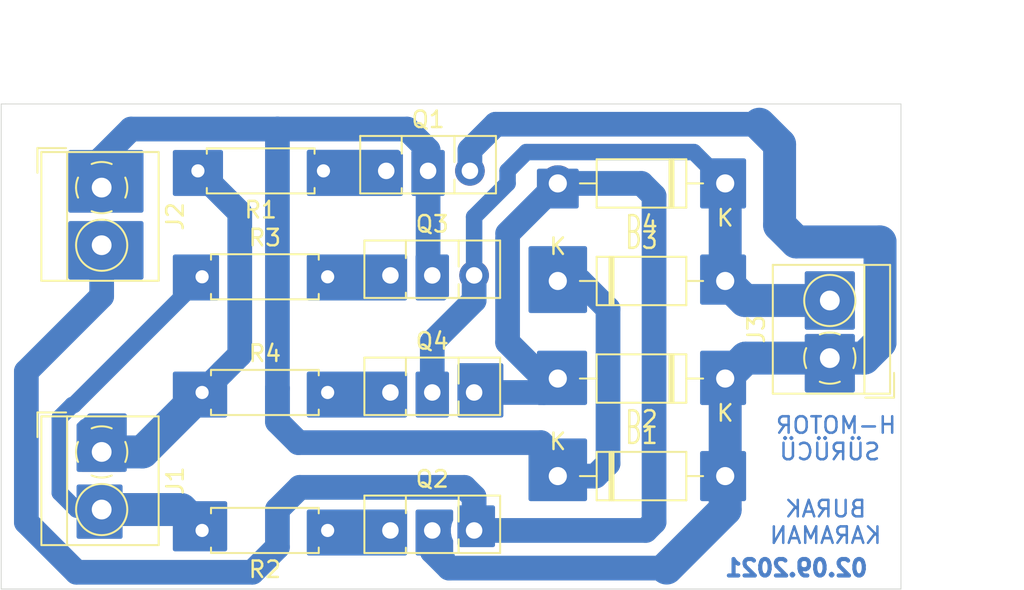
<source format=kicad_pcb>
(kicad_pcb (version 20171130) (host pcbnew "(5.1.6)-1")

  (general
    (thickness 1.6)
    (drawings 10)
    (tracks 99)
    (zones 0)
    (modules 15)
    (nets 11)
  )

  (page A4)
  (layers
    (0 F.Cu signal)
    (31 B.Cu signal)
    (32 B.Adhes user)
    (33 F.Adhes user)
    (34 B.Paste user)
    (35 F.Paste user)
    (36 B.SilkS user)
    (37 F.SilkS user)
    (38 B.Mask user)
    (39 F.Mask user)
    (40 Dwgs.User user)
    (41 Cmts.User user)
    (42 Eco1.User user)
    (43 Eco2.User user)
    (44 Edge.Cuts user)
    (45 Margin user)
    (46 B.CrtYd user)
    (47 F.CrtYd user)
    (48 B.Fab user)
    (49 F.Fab user hide)
  )

  (setup
    (last_trace_width 2)
    (user_trace_width 1)
    (user_trace_width 1.5)
    (user_trace_width 2)
    (trace_clearance 0.2)
    (zone_clearance 0.508)
    (zone_45_only no)
    (trace_min 0.2)
    (via_size 0.8)
    (via_drill 0.4)
    (via_min_size 0.4)
    (via_min_drill 0.3)
    (uvia_size 0.3)
    (uvia_drill 0.1)
    (uvias_allowed no)
    (uvia_min_size 0.2)
    (uvia_min_drill 0.1)
    (edge_width 0.05)
    (segment_width 0.2)
    (pcb_text_width 0.3)
    (pcb_text_size 1.5 1.5)
    (mod_edge_width 0.12)
    (mod_text_size 1 1)
    (mod_text_width 0.15)
    (pad_size 1.524 1.524)
    (pad_drill 0.762)
    (pad_to_mask_clearance 0.05)
    (aux_axis_origin 0 0)
    (visible_elements 7FFFFFFF)
    (pcbplotparams
      (layerselection 0x00000_fffffffe)
      (usegerberextensions false)
      (usegerberattributes true)
      (usegerberadvancedattributes true)
      (creategerberjobfile true)
      (excludeedgelayer true)
      (linewidth 0.100000)
      (plotframeref false)
      (viasonmask false)
      (mode 1)
      (useauxorigin false)
      (hpglpennumber 1)
      (hpglpenspeed 20)
      (hpglpendiameter 15.000000)
      (psnegative false)
      (psa4output false)
      (plotreference true)
      (plotvalue true)
      (plotinvisibletext false)
      (padsonsilk false)
      (subtractmaskfromsilk false)
      (outputformat 4)
      (mirror false)
      (drillshape 2)
      (scaleselection 1)
      (outputdirectory "PDF/"))
  )

  (net 0 "")
  (net 1 /MOTOR-A)
  (net 2 /+12V)
  (net 3 /GND)
  (net 4 /MOTOR-B)
  (net 5 /Y)
  (net 6 /X)
  (net 7 "Net-(Q1-Pad1)")
  (net 8 "Net-(Q2-Pad1)")
  (net 9 "Net-(Q3-Pad1)")
  (net 10 "Net-(Q4-Pad1)")

  (net_class Default "This is the default net class."
    (clearance 0.2)
    (trace_width 0.25)
    (via_dia 0.8)
    (via_drill 0.4)
    (uvia_dia 0.3)
    (uvia_drill 0.1)
    (add_net /+12V)
    (add_net /GND)
    (add_net /MOTOR-A)
    (add_net /MOTOR-B)
    (add_net /X)
    (add_net /Y)
    (add_net "Net-(Q1-Pad1)")
    (add_net "Net-(Q2-Pad1)")
    (add_net "Net-(Q3-Pad1)")
    (add_net "Net-(Q4-Pad1)")
  )

  (module TerminalBlock_4Ucon:TerminalBlock_4Ucon_1x02_P3.50mm_Horizontal (layer F.Cu) (tedit 5B294E91) (tstamp 6130CAFA)
    (at 21.844 22.86 270)
    (descr "Terminal Block 4Ucon ItemNo. 19963, 2 pins, pitch 3.5mm, size 7.7x7mm^2, drill diamater 1.2mm, pad diameter 2.4mm, see http://www.4uconnector.com/online/object/4udrawing/19963.pdf, script-generated using https://github.com/pointhi/kicad-footprint-generator/scripts/TerminalBlock_4Ucon")
    (tags "THT Terminal Block 4Ucon ItemNo. 19963 pitch 3.5mm size 7.7x7mm^2 drill 1.2mm pad 2.4mm")
    (path /613219BB)
    (fp_text reference J2 (at 1.75 -4.46 90) (layer F.SilkS)
      (effects (font (size 1 1) (thickness 0.15)))
    )
    (fp_text value POWER (at 1.75 4.66 90) (layer F.Fab)
      (effects (font (size 1 1) (thickness 0.15)))
    )
    (fp_line (start 6.1 -3.9) (end -2.6 -3.9) (layer F.CrtYd) (width 0.05))
    (fp_line (start 6.1 4.1) (end 6.1 -3.9) (layer F.CrtYd) (width 0.05))
    (fp_line (start -2.6 4.1) (end 6.1 4.1) (layer F.CrtYd) (width 0.05))
    (fp_line (start -2.6 -3.9) (end -2.6 4.1) (layer F.CrtYd) (width 0.05))
    (fp_line (start -2.4 3.9) (end -0.9 3.9) (layer F.SilkS) (width 0.12))
    (fp_line (start -2.4 2.16) (end -2.4 3.9) (layer F.SilkS) (width 0.12))
    (fp_line (start 2.4 0.069) (end 2.4 -0.069) (layer F.Fab) (width 0.1))
    (fp_line (start 3.431 0.069) (end 2.4 0.069) (layer F.Fab) (width 0.1))
    (fp_line (start 3.431 1.1) (end 3.431 0.069) (layer F.Fab) (width 0.1))
    (fp_line (start 3.569 1.1) (end 3.431 1.1) (layer F.Fab) (width 0.1))
    (fp_line (start 3.569 0.069) (end 3.569 1.1) (layer F.Fab) (width 0.1))
    (fp_line (start 4.6 0.069) (end 3.569 0.069) (layer F.Fab) (width 0.1))
    (fp_line (start 4.6 -0.069) (end 4.6 0.069) (layer F.Fab) (width 0.1))
    (fp_line (start 3.569 -0.069) (end 4.6 -0.069) (layer F.Fab) (width 0.1))
    (fp_line (start 3.569 -1.1) (end 3.569 -0.069) (layer F.Fab) (width 0.1))
    (fp_line (start 3.431 -1.1) (end 3.569 -1.1) (layer F.Fab) (width 0.1))
    (fp_line (start 3.431 -0.069) (end 3.431 -1.1) (layer F.Fab) (width 0.1))
    (fp_line (start 2.4 -0.069) (end 3.431 -0.069) (layer F.Fab) (width 0.1))
    (fp_line (start -1.1 0.069) (end -1.1 -0.069) (layer F.Fab) (width 0.1))
    (fp_line (start -0.069 0.069) (end -1.1 0.069) (layer F.Fab) (width 0.1))
    (fp_line (start -0.069 1.1) (end -0.069 0.069) (layer F.Fab) (width 0.1))
    (fp_line (start 0.069 1.1) (end -0.069 1.1) (layer F.Fab) (width 0.1))
    (fp_line (start 0.069 0.069) (end 0.069 1.1) (layer F.Fab) (width 0.1))
    (fp_line (start 1.1 0.069) (end 0.069 0.069) (layer F.Fab) (width 0.1))
    (fp_line (start 1.1 -0.069) (end 1.1 0.069) (layer F.Fab) (width 0.1))
    (fp_line (start 0.069 -0.069) (end 1.1 -0.069) (layer F.Fab) (width 0.1))
    (fp_line (start 0.069 -1.1) (end 0.069 -0.069) (layer F.Fab) (width 0.1))
    (fp_line (start -0.069 -1.1) (end 0.069 -1.1) (layer F.Fab) (width 0.1))
    (fp_line (start -0.069 -0.069) (end -0.069 -1.1) (layer F.Fab) (width 0.1))
    (fp_line (start -1.1 -0.069) (end -0.069 -0.069) (layer F.Fab) (width 0.1))
    (fp_line (start 5.66 -3.46) (end 5.66 3.66) (layer F.SilkS) (width 0.12))
    (fp_line (start -2.16 -3.46) (end -2.16 3.66) (layer F.SilkS) (width 0.12))
    (fp_line (start -2.16 3.66) (end 5.66 3.66) (layer F.SilkS) (width 0.12))
    (fp_line (start -2.16 -3.46) (end 5.66 -3.46) (layer F.SilkS) (width 0.12))
    (fp_line (start -2.16 2.1) (end 5.66 2.1) (layer F.SilkS) (width 0.12))
    (fp_line (start -2.1 2.1) (end 5.6 2.1) (layer F.Fab) (width 0.1))
    (fp_line (start -2.1 2.1) (end -2.1 -3.4) (layer F.Fab) (width 0.1))
    (fp_line (start -0.6 3.6) (end -2.1 2.1) (layer F.Fab) (width 0.1))
    (fp_line (start 5.6 3.6) (end -0.6 3.6) (layer F.Fab) (width 0.1))
    (fp_line (start 5.6 -3.4) (end 5.6 3.6) (layer F.Fab) (width 0.1))
    (fp_line (start -2.1 -3.4) (end 5.6 -3.4) (layer F.Fab) (width 0.1))
    (fp_circle (center 3.5 0) (end 5.055 0) (layer F.SilkS) (width 0.12))
    (fp_circle (center 3.5 0) (end 4.875 0) (layer F.Fab) (width 0.1))
    (fp_circle (center 0 0) (end 1.375 0) (layer F.Fab) (width 0.1))
    (fp_text user %R (at 1.75 2.9 90) (layer F.Fab)
      (effects (font (size 1 1) (thickness 0.15)))
    )
    (fp_arc (start 0 0) (end -0.608 1.432) (angle -24) (layer F.SilkS) (width 0.12))
    (fp_arc (start 0 0) (end -1.432 -0.608) (angle -46) (layer F.SilkS) (width 0.12))
    (fp_arc (start 0 0) (end 0.608 -1.432) (angle -46) (layer F.SilkS) (width 0.12))
    (fp_arc (start 0 0) (end 1.432 0.608) (angle -46) (layer F.SilkS) (width 0.12))
    (fp_arc (start 0 0) (end 0 1.555) (angle -23) (layer F.SilkS) (width 0.12))
    (pad 2 thru_hole circle (at 3.5 0 270) (size 2.4 2.4) (drill 1.2) (layers *.Cu *.Mask)
      (net 3 /GND))
    (pad 1 thru_hole rect (at 0 0 270) (size 2.4 2.4) (drill 1.2) (layers *.Cu *.Mask)
      (net 2 /+12V))
    (model ${KISYS3DMOD}/TerminalBlock_4Ucon.3dshapes/TerminalBlock_4Ucon_1x02_P3.50mm_Horizontal.wrl
      (at (xyz 0 0 0))
      (scale (xyz 1 1 1))
      (rotate (xyz 0 0 0))
    )
  )

  (module Package_TO_SOT_THT:TO-126-3_Vertical (layer F.Cu) (tedit 5AC8BA0D) (tstamp 6130CBB2)
    (at 39.37 35.306)
    (descr "TO-126-3, Vertical, RM 2.54mm, see https://www.diodes.com/assets/Package-Files/TO126.pdf")
    (tags "TO-126-3 Vertical RM 2.54mm")
    (path /61306FE1)
    (fp_text reference Q4 (at 2.54 -3.12) (layer F.SilkS)
      (effects (font (size 1 1) (thickness 0.15)))
    )
    (fp_text value 2SD882 (at 2.54 2.5) (layer F.Fab)
      (effects (font (size 1 1) (thickness 0.15)))
    )
    (fp_line (start -1.46 -2) (end -1.46 1.25) (layer F.Fab) (width 0.1))
    (fp_line (start -1.46 1.25) (end 6.54 1.25) (layer F.Fab) (width 0.1))
    (fp_line (start 6.54 1.25) (end 6.54 -2) (layer F.Fab) (width 0.1))
    (fp_line (start 6.54 -2) (end -1.46 -2) (layer F.Fab) (width 0.1))
    (fp_line (start 0.94 -2) (end 0.94 1.25) (layer F.Fab) (width 0.1))
    (fp_line (start 4.14 -2) (end 4.14 1.25) (layer F.Fab) (width 0.1))
    (fp_line (start -1.58 -2.12) (end 6.66 -2.12) (layer F.SilkS) (width 0.12))
    (fp_line (start -1.58 1.37) (end 6.66 1.37) (layer F.SilkS) (width 0.12))
    (fp_line (start -1.58 -2.12) (end -1.58 1.37) (layer F.SilkS) (width 0.12))
    (fp_line (start 6.66 -2.12) (end 6.66 1.37) (layer F.SilkS) (width 0.12))
    (fp_line (start 0.94 -2.12) (end 0.94 -1.05) (layer F.SilkS) (width 0.12))
    (fp_line (start 0.94 1.05) (end 0.94 1.37) (layer F.SilkS) (width 0.12))
    (fp_line (start 4.141 -2.12) (end 4.141 -0.54) (layer F.SilkS) (width 0.12))
    (fp_line (start 4.141 0.54) (end 4.141 1.37) (layer F.SilkS) (width 0.12))
    (fp_line (start -1.71 -2.25) (end -1.71 1.5) (layer F.CrtYd) (width 0.05))
    (fp_line (start -1.71 1.5) (end 6.79 1.5) (layer F.CrtYd) (width 0.05))
    (fp_line (start 6.79 1.5) (end 6.79 -2.25) (layer F.CrtYd) (width 0.05))
    (fp_line (start 6.79 -2.25) (end -1.71 -2.25) (layer F.CrtYd) (width 0.05))
    (fp_text user %R (at 2.54 -3.12) (layer F.Fab)
      (effects (font (size 1 1) (thickness 0.15)))
    )
    (pad 3 thru_hole oval (at 5.08 0) (size 1.8 1.8) (drill 1) (layers *.Cu *.Mask)
      (net 3 /GND))
    (pad 2 thru_hole oval (at 2.54 0) (size 1.8 1.8) (drill 1) (layers *.Cu *.Mask)
      (net 4 /MOTOR-B))
    (pad 1 thru_hole rect (at 0 0) (size 1.8 1.8) (drill 1) (layers *.Cu *.Mask)
      (net 10 "Net-(Q4-Pad1)"))
    (model ${KISYS3DMOD}/Package_TO_SOT_THT.3dshapes/TO-126-3_Vertical.wrl
      (at (xyz 0 0 0))
      (scale (xyz 1 1 1))
      (rotate (xyz 0 0 0))
    )
  )

  (module Package_TO_SOT_THT:TO-126-3_Vertical (layer F.Cu) (tedit 5AC8BA0D) (tstamp 6130CB92)
    (at 39.37 28.194)
    (descr "TO-126-3, Vertical, RM 2.54mm, see https://www.diodes.com/assets/Package-Files/TO126.pdf")
    (tags "TO-126-3 Vertical RM 2.54mm")
    (path /61306FDB)
    (fp_text reference Q3 (at 2.54 -3.12) (layer F.SilkS)
      (effects (font (size 1 1) (thickness 0.15)))
    )
    (fp_text value 2SD882 (at 2.54 2.5) (layer F.Fab)
      (effects (font (size 1 1) (thickness 0.15)))
    )
    (fp_line (start -1.46 -2) (end -1.46 1.25) (layer F.Fab) (width 0.1))
    (fp_line (start -1.46 1.25) (end 6.54 1.25) (layer F.Fab) (width 0.1))
    (fp_line (start 6.54 1.25) (end 6.54 -2) (layer F.Fab) (width 0.1))
    (fp_line (start 6.54 -2) (end -1.46 -2) (layer F.Fab) (width 0.1))
    (fp_line (start 0.94 -2) (end 0.94 1.25) (layer F.Fab) (width 0.1))
    (fp_line (start 4.14 -2) (end 4.14 1.25) (layer F.Fab) (width 0.1))
    (fp_line (start -1.58 -2.12) (end 6.66 -2.12) (layer F.SilkS) (width 0.12))
    (fp_line (start -1.58 1.37) (end 6.66 1.37) (layer F.SilkS) (width 0.12))
    (fp_line (start -1.58 -2.12) (end -1.58 1.37) (layer F.SilkS) (width 0.12))
    (fp_line (start 6.66 -2.12) (end 6.66 1.37) (layer F.SilkS) (width 0.12))
    (fp_line (start 0.94 -2.12) (end 0.94 -1.05) (layer F.SilkS) (width 0.12))
    (fp_line (start 0.94 1.05) (end 0.94 1.37) (layer F.SilkS) (width 0.12))
    (fp_line (start 4.141 -2.12) (end 4.141 -0.54) (layer F.SilkS) (width 0.12))
    (fp_line (start 4.141 0.54) (end 4.141 1.37) (layer F.SilkS) (width 0.12))
    (fp_line (start -1.71 -2.25) (end -1.71 1.5) (layer F.CrtYd) (width 0.05))
    (fp_line (start -1.71 1.5) (end 6.79 1.5) (layer F.CrtYd) (width 0.05))
    (fp_line (start 6.79 1.5) (end 6.79 -2.25) (layer F.CrtYd) (width 0.05))
    (fp_line (start 6.79 -2.25) (end -1.71 -2.25) (layer F.CrtYd) (width 0.05))
    (fp_text user %R (at 2.54 -3.12) (layer F.Fab)
      (effects (font (size 1 1) (thickness 0.15)))
    )
    (pad 3 thru_hole oval (at 5.08 0) (size 1.8 1.8) (drill 1) (layers *.Cu *.Mask)
      (net 4 /MOTOR-B))
    (pad 2 thru_hole oval (at 2.54 0) (size 1.8 1.8) (drill 1) (layers *.Cu *.Mask)
      (net 2 /+12V))
    (pad 1 thru_hole rect (at 0 0) (size 1.8 1.8) (drill 1) (layers *.Cu *.Mask)
      (net 9 "Net-(Q3-Pad1)"))
    (model ${KISYS3DMOD}/Package_TO_SOT_THT.3dshapes/TO-126-3_Vertical.wrl
      (at (xyz 0 0 0))
      (scale (xyz 1 1 1))
      (rotate (xyz 0 0 0))
    )
  )

  (module Package_TO_SOT_THT:TO-126-3_Vertical (layer F.Cu) (tedit 5AC8BA0D) (tstamp 6130CB72)
    (at 39.37 43.688)
    (descr "TO-126-3, Vertical, RM 2.54mm, see https://www.diodes.com/assets/Package-Files/TO126.pdf")
    (tags "TO-126-3 Vertical RM 2.54mm")
    (path /613056AB)
    (fp_text reference Q2 (at 2.54 -3.12) (layer F.SilkS)
      (effects (font (size 1 1) (thickness 0.15)))
    )
    (fp_text value 2SD882 (at 2.54 2.5) (layer F.Fab)
      (effects (font (size 1 1) (thickness 0.15)))
    )
    (fp_line (start -1.46 -2) (end -1.46 1.25) (layer F.Fab) (width 0.1))
    (fp_line (start -1.46 1.25) (end 6.54 1.25) (layer F.Fab) (width 0.1))
    (fp_line (start 6.54 1.25) (end 6.54 -2) (layer F.Fab) (width 0.1))
    (fp_line (start 6.54 -2) (end -1.46 -2) (layer F.Fab) (width 0.1))
    (fp_line (start 0.94 -2) (end 0.94 1.25) (layer F.Fab) (width 0.1))
    (fp_line (start 4.14 -2) (end 4.14 1.25) (layer F.Fab) (width 0.1))
    (fp_line (start -1.58 -2.12) (end 6.66 -2.12) (layer F.SilkS) (width 0.12))
    (fp_line (start -1.58 1.37) (end 6.66 1.37) (layer F.SilkS) (width 0.12))
    (fp_line (start -1.58 -2.12) (end -1.58 1.37) (layer F.SilkS) (width 0.12))
    (fp_line (start 6.66 -2.12) (end 6.66 1.37) (layer F.SilkS) (width 0.12))
    (fp_line (start 0.94 -2.12) (end 0.94 -1.05) (layer F.SilkS) (width 0.12))
    (fp_line (start 0.94 1.05) (end 0.94 1.37) (layer F.SilkS) (width 0.12))
    (fp_line (start 4.141 -2.12) (end 4.141 -0.54) (layer F.SilkS) (width 0.12))
    (fp_line (start 4.141 0.54) (end 4.141 1.37) (layer F.SilkS) (width 0.12))
    (fp_line (start -1.71 -2.25) (end -1.71 1.5) (layer F.CrtYd) (width 0.05))
    (fp_line (start -1.71 1.5) (end 6.79 1.5) (layer F.CrtYd) (width 0.05))
    (fp_line (start 6.79 1.5) (end 6.79 -2.25) (layer F.CrtYd) (width 0.05))
    (fp_line (start 6.79 -2.25) (end -1.71 -2.25) (layer F.CrtYd) (width 0.05))
    (fp_text user %R (at 2.54 -3.12) (layer F.Fab)
      (effects (font (size 1 1) (thickness 0.15)))
    )
    (pad 3 thru_hole oval (at 5.08 0) (size 1.8 1.8) (drill 1) (layers *.Cu *.Mask)
      (net 3 /GND))
    (pad 2 thru_hole oval (at 2.54 0) (size 1.8 1.8) (drill 1) (layers *.Cu *.Mask)
      (net 1 /MOTOR-A))
    (pad 1 thru_hole rect (at 0 0) (size 1.8 1.8) (drill 1) (layers *.Cu *.Mask)
      (net 8 "Net-(Q2-Pad1)"))
    (model ${KISYS3DMOD}/Package_TO_SOT_THT.3dshapes/TO-126-3_Vertical.wrl
      (at (xyz 0 0 0))
      (scale (xyz 1 1 1))
      (rotate (xyz 0 0 0))
    )
  )

  (module Package_TO_SOT_THT:TO-126-3_Vertical (layer F.Cu) (tedit 5AC8BA0D) (tstamp 6130CB52)
    (at 39.116 21.844)
    (descr "TO-126-3, Vertical, RM 2.54mm, see https://www.diodes.com/assets/Package-Files/TO126.pdf")
    (tags "TO-126-3 Vertical RM 2.54mm")
    (path /6130171A)
    (fp_text reference Q1 (at 2.54 -3.12) (layer F.SilkS)
      (effects (font (size 1 1) (thickness 0.15)))
    )
    (fp_text value 2SD882 (at 2.54 2.5) (layer F.Fab)
      (effects (font (size 1 1) (thickness 0.15)))
    )
    (fp_line (start -1.46 -2) (end -1.46 1.25) (layer F.Fab) (width 0.1))
    (fp_line (start -1.46 1.25) (end 6.54 1.25) (layer F.Fab) (width 0.1))
    (fp_line (start 6.54 1.25) (end 6.54 -2) (layer F.Fab) (width 0.1))
    (fp_line (start 6.54 -2) (end -1.46 -2) (layer F.Fab) (width 0.1))
    (fp_line (start 0.94 -2) (end 0.94 1.25) (layer F.Fab) (width 0.1))
    (fp_line (start 4.14 -2) (end 4.14 1.25) (layer F.Fab) (width 0.1))
    (fp_line (start -1.58 -2.12) (end 6.66 -2.12) (layer F.SilkS) (width 0.12))
    (fp_line (start -1.58 1.37) (end 6.66 1.37) (layer F.SilkS) (width 0.12))
    (fp_line (start -1.58 -2.12) (end -1.58 1.37) (layer F.SilkS) (width 0.12))
    (fp_line (start 6.66 -2.12) (end 6.66 1.37) (layer F.SilkS) (width 0.12))
    (fp_line (start 0.94 -2.12) (end 0.94 -1.05) (layer F.SilkS) (width 0.12))
    (fp_line (start 0.94 1.05) (end 0.94 1.37) (layer F.SilkS) (width 0.12))
    (fp_line (start 4.141 -2.12) (end 4.141 -0.54) (layer F.SilkS) (width 0.12))
    (fp_line (start 4.141 0.54) (end 4.141 1.37) (layer F.SilkS) (width 0.12))
    (fp_line (start -1.71 -2.25) (end -1.71 1.5) (layer F.CrtYd) (width 0.05))
    (fp_line (start -1.71 1.5) (end 6.79 1.5) (layer F.CrtYd) (width 0.05))
    (fp_line (start 6.79 1.5) (end 6.79 -2.25) (layer F.CrtYd) (width 0.05))
    (fp_line (start 6.79 -2.25) (end -1.71 -2.25) (layer F.CrtYd) (width 0.05))
    (fp_text user %R (at 2.54 -3.12) (layer F.Fab)
      (effects (font (size 1 1) (thickness 0.15)))
    )
    (pad 3 thru_hole oval (at 5.08 0) (size 1.8 1.8) (drill 1) (layers *.Cu *.Mask)
      (net 1 /MOTOR-A))
    (pad 2 thru_hole oval (at 2.54 0) (size 1.8 1.8) (drill 1) (layers *.Cu *.Mask)
      (net 2 /+12V))
    (pad 1 thru_hole rect (at 0 0) (size 1.8 1.8) (drill 1) (layers *.Cu *.Mask)
      (net 7 "Net-(Q1-Pad1)"))
    (model ${KISYS3DMOD}/Package_TO_SOT_THT.3dshapes/TO-126-3_Vertical.wrl
      (at (xyz 0 0 0))
      (scale (xyz 1 1 1))
      (rotate (xyz 0 0 0))
    )
  )

  (module Resistor_THT:R_Axial_DIN0207_L6.3mm_D2.5mm_P7.62mm_Horizontal (layer F.Cu) (tedit 5AE5139B) (tstamp 6130CC0E)
    (at 27.94 35.306)
    (descr "Resistor, Axial_DIN0207 series, Axial, Horizontal, pin pitch=7.62mm, 0.25W = 1/4W, length*diameter=6.3*2.5mm^2, http://cdn-reichelt.de/documents/datenblatt/B400/1_4W%23YAG.pdf")
    (tags "Resistor Axial_DIN0207 series Axial Horizontal pin pitch 7.62mm 0.25W = 1/4W length 6.3mm diameter 2.5mm")
    (path /6130BBF0)
    (fp_text reference R4 (at 3.81 -2.37) (layer F.SilkS)
      (effects (font (size 1 1) (thickness 0.15)))
    )
    (fp_text value 220R (at 3.81 2.37) (layer F.Fab)
      (effects (font (size 1 1) (thickness 0.15)))
    )
    (fp_line (start 8.67 -1.5) (end -1.05 -1.5) (layer F.CrtYd) (width 0.05))
    (fp_line (start 8.67 1.5) (end 8.67 -1.5) (layer F.CrtYd) (width 0.05))
    (fp_line (start -1.05 1.5) (end 8.67 1.5) (layer F.CrtYd) (width 0.05))
    (fp_line (start -1.05 -1.5) (end -1.05 1.5) (layer F.CrtYd) (width 0.05))
    (fp_line (start 7.08 1.37) (end 7.08 1.04) (layer F.SilkS) (width 0.12))
    (fp_line (start 0.54 1.37) (end 7.08 1.37) (layer F.SilkS) (width 0.12))
    (fp_line (start 0.54 1.04) (end 0.54 1.37) (layer F.SilkS) (width 0.12))
    (fp_line (start 7.08 -1.37) (end 7.08 -1.04) (layer F.SilkS) (width 0.12))
    (fp_line (start 0.54 -1.37) (end 7.08 -1.37) (layer F.SilkS) (width 0.12))
    (fp_line (start 0.54 -1.04) (end 0.54 -1.37) (layer F.SilkS) (width 0.12))
    (fp_line (start 7.62 0) (end 6.96 0) (layer F.Fab) (width 0.1))
    (fp_line (start 0 0) (end 0.66 0) (layer F.Fab) (width 0.1))
    (fp_line (start 6.96 -1.25) (end 0.66 -1.25) (layer F.Fab) (width 0.1))
    (fp_line (start 6.96 1.25) (end 6.96 -1.25) (layer F.Fab) (width 0.1))
    (fp_line (start 0.66 1.25) (end 6.96 1.25) (layer F.Fab) (width 0.1))
    (fp_line (start 0.66 -1.25) (end 0.66 1.25) (layer F.Fab) (width 0.1))
    (fp_text user %R (at 3.81 0) (layer F.Fab)
      (effects (font (size 1 1) (thickness 0.15)))
    )
    (pad 2 thru_hole oval (at 7.62 0) (size 1.6 1.6) (drill 0.8) (layers *.Cu *.Mask)
      (net 10 "Net-(Q4-Pad1)"))
    (pad 1 thru_hole circle (at 0 0) (size 1.6 1.6) (drill 0.8) (layers *.Cu *.Mask)
      (net 6 /X))
    (model ${KISYS3DMOD}/Resistor_THT.3dshapes/R_Axial_DIN0207_L6.3mm_D2.5mm_P7.62mm_Horizontal.wrl
      (at (xyz 0 0 0))
      (scale (xyz 1 1 1))
      (rotate (xyz 0 0 0))
    )
  )

  (module Resistor_THT:R_Axial_DIN0207_L6.3mm_D2.5mm_P7.62mm_Horizontal (layer F.Cu) (tedit 5AE5139B) (tstamp 6130CBF7)
    (at 27.94 28.278666)
    (descr "Resistor, Axial_DIN0207 series, Axial, Horizontal, pin pitch=7.62mm, 0.25W = 1/4W, length*diameter=6.3*2.5mm^2, http://cdn-reichelt.de/documents/datenblatt/B400/1_4W%23YAG.pdf")
    (tags "Resistor Axial_DIN0207 series Axial Horizontal pin pitch 7.62mm 0.25W = 1/4W length 6.3mm diameter 2.5mm")
    (path /6130B85E)
    (fp_text reference R3 (at 3.81 -2.37) (layer F.SilkS)
      (effects (font (size 1 1) (thickness 0.15)))
    )
    (fp_text value 220R (at 3.81 2.37) (layer F.Fab)
      (effects (font (size 1 1) (thickness 0.15)))
    )
    (fp_line (start 8.67 -1.5) (end -1.05 -1.5) (layer F.CrtYd) (width 0.05))
    (fp_line (start 8.67 1.5) (end 8.67 -1.5) (layer F.CrtYd) (width 0.05))
    (fp_line (start -1.05 1.5) (end 8.67 1.5) (layer F.CrtYd) (width 0.05))
    (fp_line (start -1.05 -1.5) (end -1.05 1.5) (layer F.CrtYd) (width 0.05))
    (fp_line (start 7.08 1.37) (end 7.08 1.04) (layer F.SilkS) (width 0.12))
    (fp_line (start 0.54 1.37) (end 7.08 1.37) (layer F.SilkS) (width 0.12))
    (fp_line (start 0.54 1.04) (end 0.54 1.37) (layer F.SilkS) (width 0.12))
    (fp_line (start 7.08 -1.37) (end 7.08 -1.04) (layer F.SilkS) (width 0.12))
    (fp_line (start 0.54 -1.37) (end 7.08 -1.37) (layer F.SilkS) (width 0.12))
    (fp_line (start 0.54 -1.04) (end 0.54 -1.37) (layer F.SilkS) (width 0.12))
    (fp_line (start 7.62 0) (end 6.96 0) (layer F.Fab) (width 0.1))
    (fp_line (start 0 0) (end 0.66 0) (layer F.Fab) (width 0.1))
    (fp_line (start 6.96 -1.25) (end 0.66 -1.25) (layer F.Fab) (width 0.1))
    (fp_line (start 6.96 1.25) (end 6.96 -1.25) (layer F.Fab) (width 0.1))
    (fp_line (start 0.66 1.25) (end 6.96 1.25) (layer F.Fab) (width 0.1))
    (fp_line (start 0.66 -1.25) (end 0.66 1.25) (layer F.Fab) (width 0.1))
    (fp_text user %R (at 3.81 0) (layer F.Fab)
      (effects (font (size 1 1) (thickness 0.15)))
    )
    (pad 2 thru_hole oval (at 7.62 0) (size 1.6 1.6) (drill 0.8) (layers *.Cu *.Mask)
      (net 9 "Net-(Q3-Pad1)"))
    (pad 1 thru_hole circle (at 0 0) (size 1.6 1.6) (drill 0.8) (layers *.Cu *.Mask)
      (net 5 /Y))
    (model ${KISYS3DMOD}/Resistor_THT.3dshapes/R_Axial_DIN0207_L6.3mm_D2.5mm_P7.62mm_Horizontal.wrl
      (at (xyz 0 0 0))
      (scale (xyz 1 1 1))
      (rotate (xyz 0 0 0))
    )
  )

  (module Resistor_THT:R_Axial_DIN0207_L6.3mm_D2.5mm_P7.62mm_Horizontal (layer F.Cu) (tedit 5AE5139B) (tstamp 6130CBE0)
    (at 35.56 43.688 180)
    (descr "Resistor, Axial_DIN0207 series, Axial, Horizontal, pin pitch=7.62mm, 0.25W = 1/4W, length*diameter=6.3*2.5mm^2, http://cdn-reichelt.de/documents/datenblatt/B400/1_4W%23YAG.pdf")
    (tags "Resistor Axial_DIN0207 series Axial Horizontal pin pitch 7.62mm 0.25W = 1/4W length 6.3mm diameter 2.5mm")
    (path /6130B292)
    (fp_text reference R2 (at 3.81 -2.37) (layer F.SilkS)
      (effects (font (size 1 1) (thickness 0.15)))
    )
    (fp_text value 220R (at 3.81 2.37) (layer F.Fab)
      (effects (font (size 1 1) (thickness 0.15)))
    )
    (fp_line (start 8.67 -1.5) (end -1.05 -1.5) (layer F.CrtYd) (width 0.05))
    (fp_line (start 8.67 1.5) (end 8.67 -1.5) (layer F.CrtYd) (width 0.05))
    (fp_line (start -1.05 1.5) (end 8.67 1.5) (layer F.CrtYd) (width 0.05))
    (fp_line (start -1.05 -1.5) (end -1.05 1.5) (layer F.CrtYd) (width 0.05))
    (fp_line (start 7.08 1.37) (end 7.08 1.04) (layer F.SilkS) (width 0.12))
    (fp_line (start 0.54 1.37) (end 7.08 1.37) (layer F.SilkS) (width 0.12))
    (fp_line (start 0.54 1.04) (end 0.54 1.37) (layer F.SilkS) (width 0.12))
    (fp_line (start 7.08 -1.37) (end 7.08 -1.04) (layer F.SilkS) (width 0.12))
    (fp_line (start 0.54 -1.37) (end 7.08 -1.37) (layer F.SilkS) (width 0.12))
    (fp_line (start 0.54 -1.04) (end 0.54 -1.37) (layer F.SilkS) (width 0.12))
    (fp_line (start 7.62 0) (end 6.96 0) (layer F.Fab) (width 0.1))
    (fp_line (start 0 0) (end 0.66 0) (layer F.Fab) (width 0.1))
    (fp_line (start 6.96 -1.25) (end 0.66 -1.25) (layer F.Fab) (width 0.1))
    (fp_line (start 6.96 1.25) (end 6.96 -1.25) (layer F.Fab) (width 0.1))
    (fp_line (start 0.66 1.25) (end 6.96 1.25) (layer F.Fab) (width 0.1))
    (fp_line (start 0.66 -1.25) (end 0.66 1.25) (layer F.Fab) (width 0.1))
    (fp_text user %R (at 3.81 0) (layer F.Fab)
      (effects (font (size 1 1) (thickness 0.15)))
    )
    (pad 2 thru_hole oval (at 7.62 0 180) (size 1.6 1.6) (drill 0.8) (layers *.Cu *.Mask)
      (net 5 /Y))
    (pad 1 thru_hole circle (at 0 0 180) (size 1.6 1.6) (drill 0.8) (layers *.Cu *.Mask)
      (net 8 "Net-(Q2-Pad1)"))
    (model ${KISYS3DMOD}/Resistor_THT.3dshapes/R_Axial_DIN0207_L6.3mm_D2.5mm_P7.62mm_Horizontal.wrl
      (at (xyz 0 0 0))
      (scale (xyz 1 1 1))
      (rotate (xyz 0 0 0))
    )
  )

  (module Resistor_THT:R_Axial_DIN0207_L6.3mm_D2.5mm_P7.62mm_Horizontal (layer F.Cu) (tedit 5AE5139B) (tstamp 6130EC8F)
    (at 35.306 21.844 180)
    (descr "Resistor, Axial_DIN0207 series, Axial, Horizontal, pin pitch=7.62mm, 0.25W = 1/4W, length*diameter=6.3*2.5mm^2, http://cdn-reichelt.de/documents/datenblatt/B400/1_4W%23YAG.pdf")
    (tags "Resistor Axial_DIN0207 series Axial Horizontal pin pitch 7.62mm 0.25W = 1/4W length 6.3mm diameter 2.5mm")
    (path /61302A00)
    (fp_text reference R1 (at 3.81 -2.37) (layer F.SilkS)
      (effects (font (size 1 1) (thickness 0.15)))
    )
    (fp_text value 220R (at 3.81 2.37) (layer F.Fab)
      (effects (font (size 1 1) (thickness 0.15)))
    )
    (fp_line (start 8.67 -1.5) (end -1.05 -1.5) (layer F.CrtYd) (width 0.05))
    (fp_line (start 8.67 1.5) (end 8.67 -1.5) (layer F.CrtYd) (width 0.05))
    (fp_line (start -1.05 1.5) (end 8.67 1.5) (layer F.CrtYd) (width 0.05))
    (fp_line (start -1.05 -1.5) (end -1.05 1.5) (layer F.CrtYd) (width 0.05))
    (fp_line (start 7.08 1.37) (end 7.08 1.04) (layer F.SilkS) (width 0.12))
    (fp_line (start 0.54 1.37) (end 7.08 1.37) (layer F.SilkS) (width 0.12))
    (fp_line (start 0.54 1.04) (end 0.54 1.37) (layer F.SilkS) (width 0.12))
    (fp_line (start 7.08 -1.37) (end 7.08 -1.04) (layer F.SilkS) (width 0.12))
    (fp_line (start 0.54 -1.37) (end 7.08 -1.37) (layer F.SilkS) (width 0.12))
    (fp_line (start 0.54 -1.04) (end 0.54 -1.37) (layer F.SilkS) (width 0.12))
    (fp_line (start 7.62 0) (end 6.96 0) (layer F.Fab) (width 0.1))
    (fp_line (start 0 0) (end 0.66 0) (layer F.Fab) (width 0.1))
    (fp_line (start 6.96 -1.25) (end 0.66 -1.25) (layer F.Fab) (width 0.1))
    (fp_line (start 6.96 1.25) (end 6.96 -1.25) (layer F.Fab) (width 0.1))
    (fp_line (start 0.66 1.25) (end 6.96 1.25) (layer F.Fab) (width 0.1))
    (fp_line (start 0.66 -1.25) (end 0.66 1.25) (layer F.Fab) (width 0.1))
    (fp_text user %R (at 3.81 0) (layer F.Fab)
      (effects (font (size 1 1) (thickness 0.15)))
    )
    (pad 2 thru_hole oval (at 7.62 0 180) (size 1.6 1.6) (drill 0.8) (layers *.Cu *.Mask)
      (net 6 /X))
    (pad 1 thru_hole circle (at 0 0 180) (size 1.6 1.6) (drill 0.8) (layers *.Cu *.Mask)
      (net 7 "Net-(Q1-Pad1)"))
    (model ${KISYS3DMOD}/Resistor_THT.3dshapes/R_Axial_DIN0207_L6.3mm_D2.5mm_P7.62mm_Horizontal.wrl
      (at (xyz 0 0 0))
      (scale (xyz 1 1 1))
      (rotate (xyz 0 0 0))
    )
  )

  (module TerminalBlock_4Ucon:TerminalBlock_4Ucon_1x02_P3.50mm_Horizontal (layer F.Cu) (tedit 5B294E91) (tstamp 6130CB32)
    (at 66.04 33.218 90)
    (descr "Terminal Block 4Ucon ItemNo. 19963, 2 pins, pitch 3.5mm, size 7.7x7mm^2, drill diamater 1.2mm, pad diameter 2.4mm, see http://www.4uconnector.com/online/object/4udrawing/19963.pdf, script-generated using https://github.com/pointhi/kicad-footprint-generator/scripts/TerminalBlock_4Ucon")
    (tags "THT Terminal Block 4Ucon ItemNo. 19963 pitch 3.5mm size 7.7x7mm^2 drill 1.2mm pad 2.4mm")
    (path /61329378)
    (fp_text reference J3 (at 1.75 -4.46 90) (layer F.SilkS)
      (effects (font (size 1 1) (thickness 0.15)))
    )
    (fp_text value MOTOR (at 1.75 4.66 90) (layer F.Fab)
      (effects (font (size 1 1) (thickness 0.15)))
    )
    (fp_line (start 6.1 -3.9) (end -2.6 -3.9) (layer F.CrtYd) (width 0.05))
    (fp_line (start 6.1 4.1) (end 6.1 -3.9) (layer F.CrtYd) (width 0.05))
    (fp_line (start -2.6 4.1) (end 6.1 4.1) (layer F.CrtYd) (width 0.05))
    (fp_line (start -2.6 -3.9) (end -2.6 4.1) (layer F.CrtYd) (width 0.05))
    (fp_line (start -2.4 3.9) (end -0.9 3.9) (layer F.SilkS) (width 0.12))
    (fp_line (start -2.4 2.16) (end -2.4 3.9) (layer F.SilkS) (width 0.12))
    (fp_line (start 2.4 0.069) (end 2.4 -0.069) (layer F.Fab) (width 0.1))
    (fp_line (start 3.431 0.069) (end 2.4 0.069) (layer F.Fab) (width 0.1))
    (fp_line (start 3.431 1.1) (end 3.431 0.069) (layer F.Fab) (width 0.1))
    (fp_line (start 3.569 1.1) (end 3.431 1.1) (layer F.Fab) (width 0.1))
    (fp_line (start 3.569 0.069) (end 3.569 1.1) (layer F.Fab) (width 0.1))
    (fp_line (start 4.6 0.069) (end 3.569 0.069) (layer F.Fab) (width 0.1))
    (fp_line (start 4.6 -0.069) (end 4.6 0.069) (layer F.Fab) (width 0.1))
    (fp_line (start 3.569 -0.069) (end 4.6 -0.069) (layer F.Fab) (width 0.1))
    (fp_line (start 3.569 -1.1) (end 3.569 -0.069) (layer F.Fab) (width 0.1))
    (fp_line (start 3.431 -1.1) (end 3.569 -1.1) (layer F.Fab) (width 0.1))
    (fp_line (start 3.431 -0.069) (end 3.431 -1.1) (layer F.Fab) (width 0.1))
    (fp_line (start 2.4 -0.069) (end 3.431 -0.069) (layer F.Fab) (width 0.1))
    (fp_line (start -1.1 0.069) (end -1.1 -0.069) (layer F.Fab) (width 0.1))
    (fp_line (start -0.069 0.069) (end -1.1 0.069) (layer F.Fab) (width 0.1))
    (fp_line (start -0.069 1.1) (end -0.069 0.069) (layer F.Fab) (width 0.1))
    (fp_line (start 0.069 1.1) (end -0.069 1.1) (layer F.Fab) (width 0.1))
    (fp_line (start 0.069 0.069) (end 0.069 1.1) (layer F.Fab) (width 0.1))
    (fp_line (start 1.1 0.069) (end 0.069 0.069) (layer F.Fab) (width 0.1))
    (fp_line (start 1.1 -0.069) (end 1.1 0.069) (layer F.Fab) (width 0.1))
    (fp_line (start 0.069 -0.069) (end 1.1 -0.069) (layer F.Fab) (width 0.1))
    (fp_line (start 0.069 -1.1) (end 0.069 -0.069) (layer F.Fab) (width 0.1))
    (fp_line (start -0.069 -1.1) (end 0.069 -1.1) (layer F.Fab) (width 0.1))
    (fp_line (start -0.069 -0.069) (end -0.069 -1.1) (layer F.Fab) (width 0.1))
    (fp_line (start -1.1 -0.069) (end -0.069 -0.069) (layer F.Fab) (width 0.1))
    (fp_line (start 5.66 -3.46) (end 5.66 3.66) (layer F.SilkS) (width 0.12))
    (fp_line (start -2.16 -3.46) (end -2.16 3.66) (layer F.SilkS) (width 0.12))
    (fp_line (start -2.16 3.66) (end 5.66 3.66) (layer F.SilkS) (width 0.12))
    (fp_line (start -2.16 -3.46) (end 5.66 -3.46) (layer F.SilkS) (width 0.12))
    (fp_line (start -2.16 2.1) (end 5.66 2.1) (layer F.SilkS) (width 0.12))
    (fp_line (start -2.1 2.1) (end 5.6 2.1) (layer F.Fab) (width 0.1))
    (fp_line (start -2.1 2.1) (end -2.1 -3.4) (layer F.Fab) (width 0.1))
    (fp_line (start -0.6 3.6) (end -2.1 2.1) (layer F.Fab) (width 0.1))
    (fp_line (start 5.6 3.6) (end -0.6 3.6) (layer F.Fab) (width 0.1))
    (fp_line (start 5.6 -3.4) (end 5.6 3.6) (layer F.Fab) (width 0.1))
    (fp_line (start -2.1 -3.4) (end 5.6 -3.4) (layer F.Fab) (width 0.1))
    (fp_circle (center 3.5 0) (end 5.055 0) (layer F.SilkS) (width 0.12))
    (fp_circle (center 3.5 0) (end 4.875 0) (layer F.Fab) (width 0.1))
    (fp_circle (center 0 0) (end 1.375 0) (layer F.Fab) (width 0.1))
    (fp_text user %R (at 1.75 2.9 90) (layer F.Fab)
      (effects (font (size 1 1) (thickness 0.15)))
    )
    (fp_arc (start 0 0) (end -0.608 1.432) (angle -24) (layer F.SilkS) (width 0.12))
    (fp_arc (start 0 0) (end -1.432 -0.608) (angle -46) (layer F.SilkS) (width 0.12))
    (fp_arc (start 0 0) (end 0.608 -1.432) (angle -46) (layer F.SilkS) (width 0.12))
    (fp_arc (start 0 0) (end 1.432 0.608) (angle -46) (layer F.SilkS) (width 0.12))
    (fp_arc (start 0 0) (end 0 1.555) (angle -23) (layer F.SilkS) (width 0.12))
    (pad 2 thru_hole circle (at 3.5 0 90) (size 2.4 2.4) (drill 1.2) (layers *.Cu *.Mask)
      (net 4 /MOTOR-B))
    (pad 1 thru_hole rect (at 0 0 90) (size 2.4 2.4) (drill 1.2) (layers *.Cu *.Mask)
      (net 1 /MOTOR-A))
    (model ${KISYS3DMOD}/TerminalBlock_4Ucon.3dshapes/TerminalBlock_4Ucon_1x02_P3.50mm_Horizontal.wrl
      (at (xyz 0 0 0))
      (scale (xyz 1 1 1))
      (rotate (xyz 0 0 0))
    )
  )

  (module TerminalBlock_4Ucon:TerminalBlock_4Ucon_1x02_P3.50mm_Horizontal (layer F.Cu) (tedit 5B294E91) (tstamp 6130CAC2)
    (at 21.844 38.918 270)
    (descr "Terminal Block 4Ucon ItemNo. 19963, 2 pins, pitch 3.5mm, size 7.7x7mm^2, drill diamater 1.2mm, pad diameter 2.4mm, see http://www.4uconnector.com/online/object/4udrawing/19963.pdf, script-generated using https://github.com/pointhi/kicad-footprint-generator/scripts/TerminalBlock_4Ucon")
    (tags "THT Terminal Block 4Ucon ItemNo. 19963 pitch 3.5mm size 7.7x7mm^2 drill 1.2mm pad 2.4mm")
    (path /6131D414)
    (fp_text reference J1 (at 1.75 -4.46 90) (layer F.SilkS)
      (effects (font (size 1 1) (thickness 0.15)))
    )
    (fp_text value YON-KONTROL (at 1.75 4.66 90) (layer F.Fab)
      (effects (font (size 1 1) (thickness 0.15)))
    )
    (fp_line (start 6.1 -3.9) (end -2.6 -3.9) (layer F.CrtYd) (width 0.05))
    (fp_line (start 6.1 4.1) (end 6.1 -3.9) (layer F.CrtYd) (width 0.05))
    (fp_line (start -2.6 4.1) (end 6.1 4.1) (layer F.CrtYd) (width 0.05))
    (fp_line (start -2.6 -3.9) (end -2.6 4.1) (layer F.CrtYd) (width 0.05))
    (fp_line (start -2.4 3.9) (end -0.9 3.9) (layer F.SilkS) (width 0.12))
    (fp_line (start -2.4 2.16) (end -2.4 3.9) (layer F.SilkS) (width 0.12))
    (fp_line (start 2.4 0.069) (end 2.4 -0.069) (layer F.Fab) (width 0.1))
    (fp_line (start 3.431 0.069) (end 2.4 0.069) (layer F.Fab) (width 0.1))
    (fp_line (start 3.431 1.1) (end 3.431 0.069) (layer F.Fab) (width 0.1))
    (fp_line (start 3.569 1.1) (end 3.431 1.1) (layer F.Fab) (width 0.1))
    (fp_line (start 3.569 0.069) (end 3.569 1.1) (layer F.Fab) (width 0.1))
    (fp_line (start 4.6 0.069) (end 3.569 0.069) (layer F.Fab) (width 0.1))
    (fp_line (start 4.6 -0.069) (end 4.6 0.069) (layer F.Fab) (width 0.1))
    (fp_line (start 3.569 -0.069) (end 4.6 -0.069) (layer F.Fab) (width 0.1))
    (fp_line (start 3.569 -1.1) (end 3.569 -0.069) (layer F.Fab) (width 0.1))
    (fp_line (start 3.431 -1.1) (end 3.569 -1.1) (layer F.Fab) (width 0.1))
    (fp_line (start 3.431 -0.069) (end 3.431 -1.1) (layer F.Fab) (width 0.1))
    (fp_line (start 2.4 -0.069) (end 3.431 -0.069) (layer F.Fab) (width 0.1))
    (fp_line (start -1.1 0.069) (end -1.1 -0.069) (layer F.Fab) (width 0.1))
    (fp_line (start -0.069 0.069) (end -1.1 0.069) (layer F.Fab) (width 0.1))
    (fp_line (start -0.069 1.1) (end -0.069 0.069) (layer F.Fab) (width 0.1))
    (fp_line (start 0.069 1.1) (end -0.069 1.1) (layer F.Fab) (width 0.1))
    (fp_line (start 0.069 0.069) (end 0.069 1.1) (layer F.Fab) (width 0.1))
    (fp_line (start 1.1 0.069) (end 0.069 0.069) (layer F.Fab) (width 0.1))
    (fp_line (start 1.1 -0.069) (end 1.1 0.069) (layer F.Fab) (width 0.1))
    (fp_line (start 0.069 -0.069) (end 1.1 -0.069) (layer F.Fab) (width 0.1))
    (fp_line (start 0.069 -1.1) (end 0.069 -0.069) (layer F.Fab) (width 0.1))
    (fp_line (start -0.069 -1.1) (end 0.069 -1.1) (layer F.Fab) (width 0.1))
    (fp_line (start -0.069 -0.069) (end -0.069 -1.1) (layer F.Fab) (width 0.1))
    (fp_line (start -1.1 -0.069) (end -0.069 -0.069) (layer F.Fab) (width 0.1))
    (fp_line (start 5.66 -3.46) (end 5.66 3.66) (layer F.SilkS) (width 0.12))
    (fp_line (start -2.16 -3.46) (end -2.16 3.66) (layer F.SilkS) (width 0.12))
    (fp_line (start -2.16 3.66) (end 5.66 3.66) (layer F.SilkS) (width 0.12))
    (fp_line (start -2.16 -3.46) (end 5.66 -3.46) (layer F.SilkS) (width 0.12))
    (fp_line (start -2.16 2.1) (end 5.66 2.1) (layer F.SilkS) (width 0.12))
    (fp_line (start -2.1 2.1) (end 5.6 2.1) (layer F.Fab) (width 0.1))
    (fp_line (start -2.1 2.1) (end -2.1 -3.4) (layer F.Fab) (width 0.1))
    (fp_line (start -0.6 3.6) (end -2.1 2.1) (layer F.Fab) (width 0.1))
    (fp_line (start 5.6 3.6) (end -0.6 3.6) (layer F.Fab) (width 0.1))
    (fp_line (start 5.6 -3.4) (end 5.6 3.6) (layer F.Fab) (width 0.1))
    (fp_line (start -2.1 -3.4) (end 5.6 -3.4) (layer F.Fab) (width 0.1))
    (fp_circle (center 3.5 0) (end 5.055 0) (layer F.SilkS) (width 0.12))
    (fp_circle (center 3.5 0) (end 4.875 0) (layer F.Fab) (width 0.1))
    (fp_circle (center 0 0) (end 1.375 0) (layer F.Fab) (width 0.1))
    (fp_text user %R (at 1.75 2.9 90) (layer F.Fab)
      (effects (font (size 1 1) (thickness 0.15)))
    )
    (fp_arc (start 0 0) (end -0.608 1.432) (angle -24) (layer F.SilkS) (width 0.12))
    (fp_arc (start 0 0) (end -1.432 -0.608) (angle -46) (layer F.SilkS) (width 0.12))
    (fp_arc (start 0 0) (end 0.608 -1.432) (angle -46) (layer F.SilkS) (width 0.12))
    (fp_arc (start 0 0) (end 1.432 0.608) (angle -46) (layer F.SilkS) (width 0.12))
    (fp_arc (start 0 0) (end 0 1.555) (angle -23) (layer F.SilkS) (width 0.12))
    (pad 2 thru_hole circle (at 3.5 0 270) (size 2.4 2.4) (drill 1.2) (layers *.Cu *.Mask)
      (net 5 /Y))
    (pad 1 thru_hole rect (at 0 0 270) (size 2.4 2.4) (drill 1.2) (layers *.Cu *.Mask)
      (net 6 /X))
    (model ${KISYS3DMOD}/TerminalBlock_4Ucon.3dshapes/TerminalBlock_4Ucon_1x02_P3.50mm_Horizontal.wrl
      (at (xyz 0 0 0))
      (scale (xyz 1 1 1))
      (rotate (xyz 0 0 0))
    )
  )

  (module Diode_THT:D_DO-41_SOD81_P10.16mm_Horizontal (layer F.Cu) (tedit 5AE50CD5) (tstamp 61310CA8)
    (at 59.69 22.606 180)
    (descr "Diode, DO-41_SOD81 series, Axial, Horizontal, pin pitch=10.16mm, , length*diameter=5.2*2.7mm^2, , http://www.diodes.com/_files/packages/DO-41%20(Plastic).pdf")
    (tags "Diode DO-41_SOD81 series Axial Horizontal pin pitch 10.16mm  length 5.2mm diameter 2.7mm")
    (path /61312675)
    (fp_text reference D4 (at 5.08 -2.47) (layer F.SilkS)
      (effects (font (size 1 1) (thickness 0.15)))
    )
    (fp_text value 1N4001 (at 5.08 2.47) (layer F.Fab)
      (effects (font (size 1 1) (thickness 0.15)))
    )
    (fp_line (start 11.51 -1.6) (end -1.35 -1.6) (layer F.CrtYd) (width 0.05))
    (fp_line (start 11.51 1.6) (end 11.51 -1.6) (layer F.CrtYd) (width 0.05))
    (fp_line (start -1.35 1.6) (end 11.51 1.6) (layer F.CrtYd) (width 0.05))
    (fp_line (start -1.35 -1.6) (end -1.35 1.6) (layer F.CrtYd) (width 0.05))
    (fp_line (start 3.14 -1.47) (end 3.14 1.47) (layer F.SilkS) (width 0.12))
    (fp_line (start 3.38 -1.47) (end 3.38 1.47) (layer F.SilkS) (width 0.12))
    (fp_line (start 3.26 -1.47) (end 3.26 1.47) (layer F.SilkS) (width 0.12))
    (fp_line (start 8.82 0) (end 7.8 0) (layer F.SilkS) (width 0.12))
    (fp_line (start 1.34 0) (end 2.36 0) (layer F.SilkS) (width 0.12))
    (fp_line (start 7.8 -1.47) (end 2.36 -1.47) (layer F.SilkS) (width 0.12))
    (fp_line (start 7.8 1.47) (end 7.8 -1.47) (layer F.SilkS) (width 0.12))
    (fp_line (start 2.36 1.47) (end 7.8 1.47) (layer F.SilkS) (width 0.12))
    (fp_line (start 2.36 -1.47) (end 2.36 1.47) (layer F.SilkS) (width 0.12))
    (fp_line (start 3.16 -1.35) (end 3.16 1.35) (layer F.Fab) (width 0.1))
    (fp_line (start 3.36 -1.35) (end 3.36 1.35) (layer F.Fab) (width 0.1))
    (fp_line (start 3.26 -1.35) (end 3.26 1.35) (layer F.Fab) (width 0.1))
    (fp_line (start 10.16 0) (end 7.68 0) (layer F.Fab) (width 0.1))
    (fp_line (start 0 0) (end 2.48 0) (layer F.Fab) (width 0.1))
    (fp_line (start 7.68 -1.35) (end 2.48 -1.35) (layer F.Fab) (width 0.1))
    (fp_line (start 7.68 1.35) (end 7.68 -1.35) (layer F.Fab) (width 0.1))
    (fp_line (start 2.48 1.35) (end 7.68 1.35) (layer F.Fab) (width 0.1))
    (fp_line (start 2.48 -1.35) (end 2.48 1.35) (layer F.Fab) (width 0.1))
    (fp_text user K (at 0 -2.1) (layer F.SilkS)
      (effects (font (size 1 1) (thickness 0.15)))
    )
    (fp_text user K (at 0 -2.1) (layer F.Fab)
      (effects (font (size 1 1) (thickness 0.15)))
    )
    (fp_text user %R (at 5.47 0) (layer F.Fab)
      (effects (font (size 1 1) (thickness 0.15)))
    )
    (pad 2 thru_hole oval (at 10.16 0 180) (size 2.2 2.2) (drill 1.1) (layers *.Cu *.Mask)
      (net 3 /GND))
    (pad 1 thru_hole rect (at 0 0 180) (size 2.2 2.2) (drill 1.1) (layers *.Cu *.Mask)
      (net 4 /MOTOR-B))
    (model ${KISYS3DMOD}/Diode_THT.3dshapes/D_DO-41_SOD81_P10.16mm_Horizontal.wrl
      (at (xyz 0 0 0))
      (scale (xyz 1 1 1))
      (rotate (xyz 0 0 0))
    )
  )

  (module Diode_THT:D_DO-41_SOD81_P10.16mm_Horizontal (layer F.Cu) (tedit 5AE50CD5) (tstamp 6130CA6B)
    (at 49.53 28.532666)
    (descr "Diode, DO-41_SOD81 series, Axial, Horizontal, pin pitch=10.16mm, , length*diameter=5.2*2.7mm^2, , http://www.diodes.com/_files/packages/DO-41%20(Plastic).pdf")
    (tags "Diode DO-41_SOD81 series Axial Horizontal pin pitch 10.16mm  length 5.2mm diameter 2.7mm")
    (path /6131052E)
    (fp_text reference D3 (at 5.08 -2.47) (layer F.SilkS)
      (effects (font (size 1 1) (thickness 0.15)))
    )
    (fp_text value 1N4001 (at 5.08 2.47) (layer F.Fab)
      (effects (font (size 1 1) (thickness 0.15)))
    )
    (fp_line (start 11.51 -1.6) (end -1.35 -1.6) (layer F.CrtYd) (width 0.05))
    (fp_line (start 11.51 1.6) (end 11.51 -1.6) (layer F.CrtYd) (width 0.05))
    (fp_line (start -1.35 1.6) (end 11.51 1.6) (layer F.CrtYd) (width 0.05))
    (fp_line (start -1.35 -1.6) (end -1.35 1.6) (layer F.CrtYd) (width 0.05))
    (fp_line (start 3.14 -1.47) (end 3.14 1.47) (layer F.SilkS) (width 0.12))
    (fp_line (start 3.38 -1.47) (end 3.38 1.47) (layer F.SilkS) (width 0.12))
    (fp_line (start 3.26 -1.47) (end 3.26 1.47) (layer F.SilkS) (width 0.12))
    (fp_line (start 8.82 0) (end 7.8 0) (layer F.SilkS) (width 0.12))
    (fp_line (start 1.34 0) (end 2.36 0) (layer F.SilkS) (width 0.12))
    (fp_line (start 7.8 -1.47) (end 2.36 -1.47) (layer F.SilkS) (width 0.12))
    (fp_line (start 7.8 1.47) (end 7.8 -1.47) (layer F.SilkS) (width 0.12))
    (fp_line (start 2.36 1.47) (end 7.8 1.47) (layer F.SilkS) (width 0.12))
    (fp_line (start 2.36 -1.47) (end 2.36 1.47) (layer F.SilkS) (width 0.12))
    (fp_line (start 3.16 -1.35) (end 3.16 1.35) (layer F.Fab) (width 0.1))
    (fp_line (start 3.36 -1.35) (end 3.36 1.35) (layer F.Fab) (width 0.1))
    (fp_line (start 3.26 -1.35) (end 3.26 1.35) (layer F.Fab) (width 0.1))
    (fp_line (start 10.16 0) (end 7.68 0) (layer F.Fab) (width 0.1))
    (fp_line (start 0 0) (end 2.48 0) (layer F.Fab) (width 0.1))
    (fp_line (start 7.68 -1.35) (end 2.48 -1.35) (layer F.Fab) (width 0.1))
    (fp_line (start 7.68 1.35) (end 7.68 -1.35) (layer F.Fab) (width 0.1))
    (fp_line (start 2.48 1.35) (end 7.68 1.35) (layer F.Fab) (width 0.1))
    (fp_line (start 2.48 -1.35) (end 2.48 1.35) (layer F.Fab) (width 0.1))
    (fp_text user K (at 0 -2.1) (layer F.SilkS)
      (effects (font (size 1 1) (thickness 0.15)))
    )
    (fp_text user K (at 0 -2.1) (layer F.Fab)
      (effects (font (size 1 1) (thickness 0.15)))
    )
    (fp_text user %R (at 5.47 0) (layer F.Fab)
      (effects (font (size 1 1) (thickness 0.15)))
    )
    (pad 2 thru_hole oval (at 10.16 0) (size 2.2 2.2) (drill 1.1) (layers *.Cu *.Mask)
      (net 4 /MOTOR-B))
    (pad 1 thru_hole rect (at 0 0) (size 2.2 2.2) (drill 1.1) (layers *.Cu *.Mask)
      (net 2 /+12V))
    (model ${KISYS3DMOD}/Diode_THT.3dshapes/D_DO-41_SOD81_P10.16mm_Horizontal.wrl
      (at (xyz 0 0 0))
      (scale (xyz 1 1 1))
      (rotate (xyz 0 0 0))
    )
  )

  (module Diode_THT:D_DO-41_SOD81_P10.16mm_Horizontal (layer F.Cu) (tedit 5AE50CD5) (tstamp 6130CA4C)
    (at 59.69 34.459332 180)
    (descr "Diode, DO-41_SOD81 series, Axial, Horizontal, pin pitch=10.16mm, , length*diameter=5.2*2.7mm^2, , http://www.diodes.com/_files/packages/DO-41%20(Plastic).pdf")
    (tags "Diode DO-41_SOD81 series Axial Horizontal pin pitch 10.16mm  length 5.2mm diameter 2.7mm")
    (path /6131266F)
    (fp_text reference D2 (at 5.08 -2.47) (layer F.SilkS)
      (effects (font (size 1 1) (thickness 0.15)))
    )
    (fp_text value 1N4001 (at 5.08 2.47) (layer F.Fab)
      (effects (font (size 1 1) (thickness 0.15)))
    )
    (fp_line (start 11.51 -1.6) (end -1.35 -1.6) (layer F.CrtYd) (width 0.05))
    (fp_line (start 11.51 1.6) (end 11.51 -1.6) (layer F.CrtYd) (width 0.05))
    (fp_line (start -1.35 1.6) (end 11.51 1.6) (layer F.CrtYd) (width 0.05))
    (fp_line (start -1.35 -1.6) (end -1.35 1.6) (layer F.CrtYd) (width 0.05))
    (fp_line (start 3.14 -1.47) (end 3.14 1.47) (layer F.SilkS) (width 0.12))
    (fp_line (start 3.38 -1.47) (end 3.38 1.47) (layer F.SilkS) (width 0.12))
    (fp_line (start 3.26 -1.47) (end 3.26 1.47) (layer F.SilkS) (width 0.12))
    (fp_line (start 8.82 0) (end 7.8 0) (layer F.SilkS) (width 0.12))
    (fp_line (start 1.34 0) (end 2.36 0) (layer F.SilkS) (width 0.12))
    (fp_line (start 7.8 -1.47) (end 2.36 -1.47) (layer F.SilkS) (width 0.12))
    (fp_line (start 7.8 1.47) (end 7.8 -1.47) (layer F.SilkS) (width 0.12))
    (fp_line (start 2.36 1.47) (end 7.8 1.47) (layer F.SilkS) (width 0.12))
    (fp_line (start 2.36 -1.47) (end 2.36 1.47) (layer F.SilkS) (width 0.12))
    (fp_line (start 3.16 -1.35) (end 3.16 1.35) (layer F.Fab) (width 0.1))
    (fp_line (start 3.36 -1.35) (end 3.36 1.35) (layer F.Fab) (width 0.1))
    (fp_line (start 3.26 -1.35) (end 3.26 1.35) (layer F.Fab) (width 0.1))
    (fp_line (start 10.16 0) (end 7.68 0) (layer F.Fab) (width 0.1))
    (fp_line (start 0 0) (end 2.48 0) (layer F.Fab) (width 0.1))
    (fp_line (start 7.68 -1.35) (end 2.48 -1.35) (layer F.Fab) (width 0.1))
    (fp_line (start 7.68 1.35) (end 7.68 -1.35) (layer F.Fab) (width 0.1))
    (fp_line (start 2.48 1.35) (end 7.68 1.35) (layer F.Fab) (width 0.1))
    (fp_line (start 2.48 -1.35) (end 2.48 1.35) (layer F.Fab) (width 0.1))
    (fp_text user K (at 0 -2.1) (layer F.SilkS)
      (effects (font (size 1 1) (thickness 0.15)))
    )
    (fp_text user K (at 0 -2.1) (layer F.Fab)
      (effects (font (size 1 1) (thickness 0.15)))
    )
    (fp_text user %R (at 5.47 0) (layer F.Fab)
      (effects (font (size 1 1) (thickness 0.15)))
    )
    (pad 2 thru_hole oval (at 10.16 0 180) (size 2.2 2.2) (drill 1.1) (layers *.Cu *.Mask)
      (net 3 /GND))
    (pad 1 thru_hole rect (at 0 0 180) (size 2.2 2.2) (drill 1.1) (layers *.Cu *.Mask)
      (net 1 /MOTOR-A))
    (model ${KISYS3DMOD}/Diode_THT.3dshapes/D_DO-41_SOD81_P10.16mm_Horizontal.wrl
      (at (xyz 0 0 0))
      (scale (xyz 1 1 1))
      (rotate (xyz 0 0 0))
    )
  )

  (module Diode_THT:D_DO-41_SOD81_P10.16mm_Horizontal (layer F.Cu) (tedit 5AE50CD5) (tstamp 6130CA2D)
    (at 49.53 40.386)
    (descr "Diode, DO-41_SOD81 series, Axial, Horizontal, pin pitch=10.16mm, , length*diameter=5.2*2.7mm^2, , http://www.diodes.com/_files/packages/DO-41%20(Plastic).pdf")
    (tags "Diode DO-41_SOD81 series Axial Horizontal pin pitch 10.16mm  length 5.2mm diameter 2.7mm")
    (path /61301DA4)
    (fp_text reference D1 (at 5.08 -2.47) (layer F.SilkS)
      (effects (font (size 1 1) (thickness 0.15)))
    )
    (fp_text value 1N4001 (at 5.08 2.47) (layer F.Fab)
      (effects (font (size 1 1) (thickness 0.15)))
    )
    (fp_line (start 11.51 -1.6) (end -1.35 -1.6) (layer F.CrtYd) (width 0.05))
    (fp_line (start 11.51 1.6) (end 11.51 -1.6) (layer F.CrtYd) (width 0.05))
    (fp_line (start -1.35 1.6) (end 11.51 1.6) (layer F.CrtYd) (width 0.05))
    (fp_line (start -1.35 -1.6) (end -1.35 1.6) (layer F.CrtYd) (width 0.05))
    (fp_line (start 3.14 -1.47) (end 3.14 1.47) (layer F.SilkS) (width 0.12))
    (fp_line (start 3.38 -1.47) (end 3.38 1.47) (layer F.SilkS) (width 0.12))
    (fp_line (start 3.26 -1.47) (end 3.26 1.47) (layer F.SilkS) (width 0.12))
    (fp_line (start 8.82 0) (end 7.8 0) (layer F.SilkS) (width 0.12))
    (fp_line (start 1.34 0) (end 2.36 0) (layer F.SilkS) (width 0.12))
    (fp_line (start 7.8 -1.47) (end 2.36 -1.47) (layer F.SilkS) (width 0.12))
    (fp_line (start 7.8 1.47) (end 7.8 -1.47) (layer F.SilkS) (width 0.12))
    (fp_line (start 2.36 1.47) (end 7.8 1.47) (layer F.SilkS) (width 0.12))
    (fp_line (start 2.36 -1.47) (end 2.36 1.47) (layer F.SilkS) (width 0.12))
    (fp_line (start 3.16 -1.35) (end 3.16 1.35) (layer F.Fab) (width 0.1))
    (fp_line (start 3.36 -1.35) (end 3.36 1.35) (layer F.Fab) (width 0.1))
    (fp_line (start 3.26 -1.35) (end 3.26 1.35) (layer F.Fab) (width 0.1))
    (fp_line (start 10.16 0) (end 7.68 0) (layer F.Fab) (width 0.1))
    (fp_line (start 0 0) (end 2.48 0) (layer F.Fab) (width 0.1))
    (fp_line (start 7.68 -1.35) (end 2.48 -1.35) (layer F.Fab) (width 0.1))
    (fp_line (start 7.68 1.35) (end 7.68 -1.35) (layer F.Fab) (width 0.1))
    (fp_line (start 2.48 1.35) (end 7.68 1.35) (layer F.Fab) (width 0.1))
    (fp_line (start 2.48 -1.35) (end 2.48 1.35) (layer F.Fab) (width 0.1))
    (fp_text user K (at 0 -2.1) (layer F.SilkS)
      (effects (font (size 1 1) (thickness 0.15)))
    )
    (fp_text user K (at 0 -2.1) (layer F.Fab)
      (effects (font (size 1 1) (thickness 0.15)))
    )
    (fp_text user %R (at 5.47 0) (layer F.Fab)
      (effects (font (size 1 1) (thickness 0.15)))
    )
    (pad 2 thru_hole oval (at 10.16 0) (size 2.2 2.2) (drill 1.1) (layers *.Cu *.Mask)
      (net 1 /MOTOR-A))
    (pad 1 thru_hole rect (at 0 0) (size 2.2 2.2) (drill 1.1) (layers *.Cu *.Mask)
      (net 2 /+12V))
    (model ${KISYS3DMOD}/Diode_THT.3dshapes/D_DO-41_SOD81_P10.16mm_Horizontal.wrl
      (at (xyz 0 0 0))
      (scale (xyz 1 1 1))
      (rotate (xyz 0 0 0))
    )
  )

  (gr_text "02.09.2021\n" (at 64.008 45.974) (layer B.Cu)
    (effects (font (size 1 1) (thickness 0.25)) (justify mirror))
  )
  (gr_text "H-MOTOR \n SÜRÜCÜ " (at 66.04 38.1) (layer B.Cu) (tstamp 6130BD59)
    (effects (font (size 1 1) (thickness 0.15)) (justify mirror))
  )
  (gr_text "BURAK\nKARAMAN" (at 65.786 43.18) (layer B.Cu)
    (effects (font (size 1 1) (thickness 0.15)) (justify mirror))
  )
  (dimension 54.61 (width 0.15) (layer Dwgs.User)
    (gr_text "54,610 mm" (at 43.053 12.162) (layer Dwgs.User)
      (effects (font (size 1 1) (thickness 0.15)))
    )
    (feature1 (pts (xy 70.358 17.78) (xy 70.358 12.875579)))
    (feature2 (pts (xy 15.748 17.78) (xy 15.748 12.875579)))
    (crossbar (pts (xy 15.748 13.462) (xy 70.358 13.462)))
    (arrow1a (pts (xy 70.358 13.462) (xy 69.231496 14.048421)))
    (arrow1b (pts (xy 70.358 13.462) (xy 69.231496 12.875579)))
    (arrow2a (pts (xy 15.748 13.462) (xy 16.874504 14.048421)))
    (arrow2b (pts (xy 15.748 13.462) (xy 16.874504 12.875579)))
  )
  (dimension 29.464 (width 0.15) (layer Dwgs.User)
    (gr_text "29,464 mm" (at 76.484 32.512 90) (layer Dwgs.User)
      (effects (font (size 1 1) (thickness 0.15)))
    )
    (feature1 (pts (xy 70.358 17.78) (xy 75.770421 17.78)))
    (feature2 (pts (xy 70.358 47.244) (xy 75.770421 47.244)))
    (crossbar (pts (xy 75.184 47.244) (xy 75.184 17.78)))
    (arrow1a (pts (xy 75.184 17.78) (xy 75.770421 18.906504)))
    (arrow1b (pts (xy 75.184 17.78) (xy 74.597579 18.906504)))
    (arrow2a (pts (xy 75.184 47.244) (xy 75.770421 46.117496)))
    (arrow2b (pts (xy 75.184 47.244) (xy 74.597579 46.117496)))
  )
  (gr_line (start 15.748 17.78) (end 16.002 17.78) (layer Edge.Cuts) (width 0.05) (tstamp 61314322))
  (gr_line (start 15.748 47.244) (end 15.748 17.78) (layer Edge.Cuts) (width 0.05))
  (gr_line (start 70.358 47.244) (end 15.748 47.244) (layer Edge.Cuts) (width 0.05))
  (gr_line (start 70.358 17.78) (end 70.358 47.244) (layer Edge.Cuts) (width 0.05))
  (gr_line (start 16.002 17.78) (end 70.358 17.78) (layer Edge.Cuts) (width 0.05))

  (segment (start 59.69 40.386) (end 59.69 41.402) (width 1) (layer B.Cu) (net 1))
  (segment (start 41.91 43.688) (end 41.91 44.45) (width 1) (layer B.Cu) (net 1))
  (segment (start 41.91 44.45) (end 42.799 45.339) (width 1) (layer B.Cu) (net 1))
  (segment (start 44.196 20.574) (end 44.196 21.844) (width 1.5) (layer B.Cu) (net 1))
  (segment (start 45.76099 19.00901) (end 44.196 20.574) (width 1.5) (layer B.Cu) (net 1))
  (segment (start 41.91 44.958) (end 42.926 45.974) (width 1.5) (layer B.Cu) (net 1))
  (segment (start 41.91 43.688) (end 41.91 44.958) (width 1.5) (layer B.Cu) (net 1))
  (segment (start 69.088 26.162) (end 64.008 26.162) (width 2) (layer B.Cu) (net 1))
  (segment (start 64.008 26.162) (end 62.992 25.146) (width 2) (layer B.Cu) (net 1))
  (segment (start 62.992 20.23802) (end 61.76299 19.00901) (width 2) (layer B.Cu) (net 1))
  (segment (start 62.992 25.146) (end 62.992 20.23802) (width 2) (layer B.Cu) (net 1))
  (segment (start 61.76299 19.00901) (end 45.76099 19.00901) (width 1.5) (layer B.Cu) (net 1))
  (segment (start 68.128 33.218) (end 69.088 32.258) (width 2) (layer B.Cu) (net 1))
  (segment (start 66.04 33.218) (end 68.128 33.218) (width 2) (layer B.Cu) (net 1))
  (segment (start 69.088 26.162) (end 69.088 32.258) (width 2) (layer B.Cu) (net 1))
  (segment (start 59.69 42.418) (end 56.134 45.974) (width 2) (layer B.Cu) (net 1))
  (segment (start 59.69 40.386) (end 59.69 42.418) (width 2) (layer B.Cu) (net 1))
  (segment (start 42.926 45.974) (end 56.134 45.974) (width 1.5) (layer B.Cu) (net 1))
  (segment (start 60.931332 33.218) (end 59.69 34.459332) (width 2) (layer B.Cu) (net 1))
  (segment (start 66.04 33.218) (end 60.931332 33.218) (width 2) (layer B.Cu) (net 1))
  (segment (start 59.69 40.386) (end 59.69 34.459332) (width 2) (layer B.Cu) (net 1))
  (segment (start 33.02 19.558) (end 32.766 19.304) (width 1) (layer B.Cu) (net 2))
  (segment (start 32.766 19.304) (end 23.622 19.304) (width 1) (layer B.Cu) (net 2))
  (segment (start 40.386 19.304) (end 32.766 19.304) (width 1) (layer B.Cu) (net 2))
  (segment (start 49.53 40.386) (end 49.276 40.386) (width 1) (layer B.Cu) (net 2))
  (segment (start 21.844 21.082) (end 23.622 19.304) (width 1.5) (layer B.Cu) (net 2))
  (segment (start 21.844 22.86) (end 21.844 21.082) (width 1.5) (layer B.Cu) (net 2))
  (segment (start 40.386 19.304) (end 41.656 20.574) (width 1.5) (layer B.Cu) (net 2))
  (segment (start 41.656 20.574) (end 41.656 21.844) (width 1.5) (layer B.Cu) (net 2))
  (segment (start 41.656 27.94) (end 41.91 28.194) (width 1.5) (layer B.Cu) (net 2))
  (segment (start 41.656 21.844) (end 41.656 27.94) (width 1.5) (layer B.Cu) (net 2))
  (segment (start 32.512 19.304) (end 40.386 19.304) (width 1.5) (layer B.Cu) (net 2))
  (segment (start 23.622 19.304) (end 32.512 19.304) (width 1.5) (layer B.Cu) (net 2))
  (segment (start 32.512 19.304) (end 32.512 35.052) (width 1.5) (layer B.Cu) (net 2))
  (segment (start 32.512 35.052) (end 32.512 36.576) (width 1.5) (layer B.Cu) (net 2))
  (segment (start 51.816 40.386) (end 49.53 40.386) (width 1.5) (layer B.Cu) (net 2))
  (segment (start 52.578 39.624) (end 51.816 40.386) (width 1.5) (layer B.Cu) (net 2))
  (segment (start 50.884666 28.532666) (end 52.578 30.226) (width 1.5) (layer B.Cu) (net 2))
  (segment (start 52.578 30.226) (end 52.578 39.624) (width 1.5) (layer B.Cu) (net 2))
  (segment (start 49.53 28.532666) (end 50.884666 28.532666) (width 1.5) (layer B.Cu) (net 2))
  (segment (start 49.53 40.386) (end 49.53 39.37) (width 1.5) (layer B.Cu) (net 2))
  (segment (start 49.53 39.37) (end 48.514 38.354) (width 1.5) (layer B.Cu) (net 2))
  (segment (start 33.782 38.354) (end 32.512 37.084) (width 1.5) (layer B.Cu) (net 2))
  (segment (start 48.514 38.354) (end 33.782 38.354) (width 1.5) (layer B.Cu) (net 2))
  (segment (start 32.512 37.084) (end 32.512 35.052) (width 1.5) (layer B.Cu) (net 2))
  (segment (start 32.512 42.418) (end 32.512 44.704) (width 1.5) (layer B.Cu) (net 3))
  (segment (start 32.512 44.704) (end 30.988 46.228) (width 1.5) (layer B.Cu) (net 3))
  (segment (start 30.988 46.228) (end 20.32 46.228) (width 1.5) (layer B.Cu) (net 3))
  (segment (start 20.32 46.228) (end 17.272 43.18) (width 1.5) (layer B.Cu) (net 3))
  (segment (start 17.272 43.18) (end 17.272 34.036) (width 1.5) (layer B.Cu) (net 3))
  (segment (start 21.844 29.464) (end 21.844 26.36) (width 1.5) (layer B.Cu) (net 3))
  (segment (start 17.272 34.036) (end 21.844 29.464) (width 1.5) (layer B.Cu) (net 3))
  (segment (start 44.45 43.688) (end 54.864 43.688) (width 1.5) (layer B.Cu) (net 3))
  (segment (start 54.864 43.688) (end 55.372 43.18) (width 1.5) (layer B.Cu) (net 3))
  (segment (start 55.372 43.18) (end 55.372 23.368) (width 1.5) (layer B.Cu) (net 3))
  (segment (start 54.61 22.606) (end 49.53 22.606) (width 1.5) (layer B.Cu) (net 3))
  (segment (start 55.372 23.368) (end 54.61 22.606) (width 1.5) (layer B.Cu) (net 3))
  (segment (start 48.683332 35.306) (end 49.53 34.459332) (width 1.5) (layer B.Cu) (net 3))
  (segment (start 44.45 35.306) (end 48.683332 35.306) (width 1.5) (layer B.Cu) (net 3))
  (segment (start 49.53 34.459332) (end 48.683332 34.459332) (width 1.5) (layer B.Cu) (net 3))
  (segment (start 46.482 32.258) (end 46.482 25.908) (width 1.5) (layer B.Cu) (net 3))
  (segment (start 48.683332 34.459332) (end 46.482 32.258) (width 1.5) (layer B.Cu) (net 3))
  (segment (start 46.482 25.654) (end 46.482 25.908) (width 1) (layer B.Cu) (net 3))
  (segment (start 46.482 25.654) (end 49.53 22.606) (width 1.5) (layer B.Cu) (net 3))
  (segment (start 44.45 43.688) (end 44.45 41.656) (width 1.5) (layer B.Cu) (net 3))
  (segment (start 44.45 41.656) (end 43.86401 41.07001) (width 1.5) (layer B.Cu) (net 3))
  (segment (start 33.85999 41.07001) (end 32.512 42.418) (width 1.5) (layer B.Cu) (net 3))
  (segment (start 43.86401 41.07001) (end 33.85999 41.07001) (width 1.5) (layer B.Cu) (net 3))
  (segment (start 47.625 20.701) (end 57.785 20.701) (width 1) (layer B.Cu) (net 4))
  (segment (start 57.785 20.701) (end 59.69 22.606) (width 1) (layer B.Cu) (net 4))
  (segment (start 44.45 28.194) (end 44.45 24.638) (width 1) (layer B.Cu) (net 4))
  (segment (start 44.45 24.638) (end 46.482 22.606) (width 1) (layer B.Cu) (net 4))
  (segment (start 46.482 21.844) (end 47.625 20.701) (width 1) (layer B.Cu) (net 4))
  (segment (start 46.482 22.606) (end 46.482 21.844) (width 1) (layer B.Cu) (net 4))
  (segment (start 41.91 32.258) (end 41.91 35.306) (width 1.5) (layer B.Cu) (net 4))
  (segment (start 44.45 28.194) (end 44.45 29.718) (width 1.5) (layer B.Cu) (net 4))
  (segment (start 44.45 29.718) (end 41.91 32.258) (width 1.5) (layer B.Cu) (net 4))
  (segment (start 60.875334 29.718) (end 59.69 28.532666) (width 2) (layer B.Cu) (net 4))
  (segment (start 66.04 29.718) (end 60.875334 29.718) (width 2) (layer B.Cu) (net 4))
  (segment (start 59.69 22.606) (end 59.69 28.532666) (width 2) (layer B.Cu) (net 4))
  (segment (start 21.844 42.418) (end 20.32 42.418) (width 1) (layer B.Cu) (net 5))
  (segment (start 20.150666 36.068) (end 27.94 28.278666) (width 1) (layer B.Cu) (net 5))
  (segment (start 20.066 36.068) (end 20.150666 36.068) (width 1) (layer B.Cu) (net 5))
  (segment (start 19.304 36.83) (end 20.066 36.068) (width 1) (layer B.Cu) (net 5))
  (segment (start 19.304 41.402) (end 19.304 36.83) (width 1) (layer B.Cu) (net 5))
  (segment (start 20.32 42.418) (end 19.304 41.402) (width 1) (layer B.Cu) (net 5))
  (segment (start 26.67 42.418) (end 27.94 43.688) (width 2) (layer B.Cu) (net 5))
  (segment (start 21.844 42.418) (end 26.67 42.418) (width 2) (layer B.Cu) (net 5))
  (segment (start 30.226 33.02) (end 29.21 34.036) (width 1.5) (layer B.Cu) (net 6))
  (segment (start 27.94 35.306) (end 29.21 34.036) (width 1.5) (layer B.Cu) (net 6))
  (segment (start 27.686 21.844) (end 30.226 24.384) (width 1.5) (layer B.Cu) (net 6))
  (segment (start 30.226 24.384) (end 30.226 33.02) (width 1.5) (layer B.Cu) (net 6))
  (segment (start 24.328 38.918) (end 27.94 35.306) (width 2) (layer B.Cu) (net 6))
  (segment (start 21.844 38.918) (end 24.328 38.918) (width 2) (layer B.Cu) (net 6))
  (segment (start 39.116 21.844) (end 35.306 21.844) (width 1.5) (layer B.Cu) (net 7))
  (segment (start 35.56 43.688) (end 39.37 43.688) (width 1.5) (layer B.Cu) (net 8))
  (segment (start 39.285334 28.278666) (end 39.37 28.194) (width 1.5) (layer B.Cu) (net 9))
  (segment (start 35.56 28.278666) (end 39.285334 28.278666) (width 1.5) (layer B.Cu) (net 9))
  (segment (start 35.56 35.306) (end 39.37 35.306) (width 1.5) (layer B.Cu) (net 10))

  (zone (net 2) (net_name /+12V) (layer B.Cu) (tstamp 6130C8E6) (hatch edge 0.508)
    (connect_pads yes (clearance 0.508))
    (min_thickness 0.254)
    (fill yes (arc_segments 32) (thermal_gap 0.508) (thermal_bridge_width 0.508))
    (polygon
      (pts
        (xy 24.384 24.384) (xy 19.812 24.384) (xy 19.812 20.574) (xy 24.384 20.574)
      )
    )
    (filled_polygon
      (pts
        (xy 24.257 24.257) (xy 19.939 24.257) (xy 19.939 20.701) (xy 24.257 20.701)
      )
    )
  )
  (zone (net 3) (net_name /GND) (layer B.Cu) (tstamp 6130C8E3) (hatch edge 0.508)
    (connect_pads yes (clearance 0.508))
    (min_thickness 0.254)
    (fill yes (arc_segments 32) (thermal_gap 0.508) (thermal_bridge_width 0.508))
    (polygon
      (pts
        (xy 24.384 28.448) (xy 19.812 28.448) (xy 19.812 24.892) (xy 24.384 24.892)
      )
    )
    (filled_polygon
      (pts
        (xy 24.257 28.321) (xy 19.939 28.321) (xy 19.939 25.019) (xy 24.257 25.019)
      )
    )
  )
  (zone (net 5) (net_name /Y) (layer B.Cu) (tstamp 6130C8E0) (hatch edge 0.508)
    (connect_pads yes (clearance 0.508))
    (min_thickness 0.254)
    (fill yes (arc_segments 32) (thermal_gap 0.508) (thermal_bridge_width 0.508))
    (polygon
      (pts
        (xy 23.114 44.196) (xy 20.32 44.196) (xy 20.32 40.894) (xy 23.114 40.894)
      )
    )
    (filled_polygon
      (pts
        (xy 22.987 44.069) (xy 20.447 44.069) (xy 20.447 41.021) (xy 22.987 41.021)
      )
    )
  )
  (zone (net 6) (net_name /X) (layer B.Cu) (tstamp 6130C8DD) (hatch edge 0.508)
    (connect_pads yes (clearance 0.508))
    (min_thickness 0.254)
    (fill yes (arc_segments 32) (thermal_gap 0.508) (thermal_bridge_width 0.508))
    (polygon
      (pts
        (xy 23.368 40.132) (xy 20.32 40.132) (xy 20.32 36.576) (xy 23.368 36.576)
      )
    )
    (filled_polygon
      (pts
        (xy 23.241 40.005) (xy 20.447 40.005) (xy 20.447 37.292131) (xy 20.652297 37.086835) (xy 20.784289 37.016284)
        (xy 20.957115 36.874449) (xy 20.992662 36.831135) (xy 21.120797 36.703) (xy 23.241 36.703)
      )
    )
  )
  (zone (net 7) (net_name "Net-(Q1-Pad1)") (layer B.Cu) (tstamp 6130C8DA) (hatch edge 0.508)
    (connect_pads yes (clearance 0.508))
    (min_thickness 0.254)
    (fill yes (arc_segments 32) (thermal_gap 0.508) (thermal_bridge_width 0.508))
    (polygon
      (pts
        (xy 40.132 23.368) (xy 34.29 23.368) (xy 34.29 20.32) (xy 40.132 20.32)
      )
    )
    (filled_polygon
      (pts
        (xy 40.005 20.881685) (xy 40.005 23.241) (xy 34.417 23.241) (xy 34.417 20.689) (xy 39.812315 20.689)
      )
    )
  )
  (zone (net 9) (net_name "Net-(Q3-Pad1)") (layer B.Cu) (tstamp 6130C8D7) (hatch edge 0.508)
    (connect_pads yes (clearance 0.508))
    (min_thickness 0.254)
    (fill yes (arc_segments 32) (thermal_gap 0.508) (thermal_bridge_width 0.508))
    (polygon
      (pts
        (xy 40.386 29.718) (xy 34.29 29.718) (xy 34.29 26.924) (xy 40.386 26.924)
      )
    )
    (filled_polygon
      (pts
        (xy 40.259 29.591) (xy 34.417 29.591) (xy 34.417 27.051) (xy 40.259 27.051)
      )
    )
  )
  (zone (net 10) (net_name "Net-(Q4-Pad1)") (layer B.Cu) (tstamp 6130C8D4) (hatch edge 0.508)
    (connect_pads yes (clearance 0.508))
    (min_thickness 0.254)
    (fill yes (arc_segments 32) (thermal_gap 0.508) (thermal_bridge_width 0.508))
    (polygon
      (pts
        (xy 40.386 36.83) (xy 34.29 36.83) (xy 34.29 34.036) (xy 40.386 34.036)
      )
    )
    (filled_polygon
      (pts
        (xy 40.259 36.703) (xy 34.417 36.703) (xy 34.417 34.163) (xy 40.259 34.163)
      )
    )
  )
  (zone (net 8) (net_name "Net-(Q2-Pad1)") (layer B.Cu) (tstamp 6130C8D1) (hatch edge 0.508)
    (connect_pads yes (clearance 0.508))
    (min_thickness 0.254)
    (fill yes (arc_segments 32) (thermal_gap 0.508) (thermal_bridge_width 0.508))
    (polygon
      (pts
        (xy 40.386 45.212) (xy 34.29 45.212) (xy 34.29 42.418) (xy 40.386 42.418)
      )
    )
    (filled_polygon
      (pts
        (xy 40.259 45.085) (xy 34.417 45.085) (xy 34.417 42.545) (xy 40.259 42.545)
      )
    )
  )
  (zone (net 1) (net_name /MOTOR-A) (layer B.Cu) (tstamp 6130C8CE) (hatch edge 0.508)
    (connect_pads yes (clearance 0.508))
    (min_thickness 0.254)
    (fill yes (arc_segments 32) (thermal_gap 0.508) (thermal_bridge_width 0.508))
    (polygon
      (pts
        (xy 67.564 35.306) (xy 64.516 35.306) (xy 64.516 31.75) (xy 67.564 31.75)
      )
    )
    (filled_polygon
      (pts
        (xy 67.437 35.179) (xy 64.643 35.179) (xy 64.643 31.877) (xy 67.437 31.877)
      )
    )
  )
  (zone (net 4) (net_name /MOTOR-B) (layer B.Cu) (tstamp 6130C8CB) (hatch edge 0.508)
    (connect_pads yes (clearance 0.508))
    (min_thickness 0.254)
    (fill yes (arc_segments 32) (thermal_gap 0.508) (thermal_bridge_width 0.508))
    (polygon
      (pts
        (xy 67.564 31.496) (xy 64.516 31.496) (xy 64.516 27.94) (xy 67.564 27.94)
      )
    )
    (filled_polygon
      (pts
        (xy 67.437 31.369) (xy 64.643 31.369) (xy 64.643 28.067) (xy 67.437 28.067)
      )
    )
  )
  (zone (net 4) (net_name /MOTOR-B) (layer B.Cu) (tstamp 6130C8C8) (hatch edge 0.508)
    (connect_pads yes (clearance 0.508))
    (min_thickness 0.254)
    (fill yes (arc_segments 32) (thermal_gap 0.508) (thermal_bridge_width 0.508))
    (polygon
      (pts
        (xy 60.96 24.13) (xy 58.166 24.13) (xy 58.166 21.082) (xy 60.96 21.082)
      )
    )
    (filled_polygon
      (pts
        (xy 60.833 24.003) (xy 58.293 24.003) (xy 58.293 21.209) (xy 60.833 21.209)
      )
    )
  )
  (zone (net 4) (net_name /MOTOR-B) (layer B.Cu) (tstamp 6130C8C5) (hatch edge 0.508)
    (connect_pads yes (clearance 0.508))
    (min_thickness 0.254)
    (fill yes (arc_segments 32) (thermal_gap 0.508) (thermal_bridge_width 0.508))
    (polygon
      (pts
        (xy 60.96 29.972) (xy 58.166 29.972) (xy 58.166 26.924) (xy 60.96 26.924)
      )
    )
    (filled_polygon
      (pts
        (xy 60.833 29.845) (xy 58.293 29.845) (xy 58.293 27.051) (xy 60.833 27.051)
      )
    )
  )
  (zone (net 1) (net_name /MOTOR-A) (layer B.Cu) (tstamp 6130C8C2) (hatch edge 0.508)
    (connect_pads yes (clearance 0.508))
    (min_thickness 0.254)
    (fill yes (arc_segments 32) (thermal_gap 0.508) (thermal_bridge_width 0.508))
    (polygon
      (pts
        (xy 60.96 36.068) (xy 58.166 36.068) (xy 58.166 32.766) (xy 60.96 32.766)
      )
    )
    (filled_polygon
      (pts
        (xy 60.833 35.941) (xy 58.293 35.941) (xy 58.293 32.893) (xy 60.833 32.893)
      )
    )
  )
  (zone (net 1) (net_name /MOTOR-A) (layer B.Cu) (tstamp 6130C8BF) (hatch edge 0.508)
    (connect_pads yes (clearance 0.508))
    (min_thickness 0.254)
    (fill yes (arc_segments 32) (thermal_gap 0.508) (thermal_bridge_width 0.508))
    (polygon
      (pts
        (xy 60.96 41.91) (xy 58.166 41.91) (xy 58.166 38.862) (xy 60.96 38.862)
      )
    )
    (filled_polygon
      (pts
        (xy 60.833 41.783) (xy 58.293 41.783) (xy 58.293 38.989) (xy 60.833 38.989)
      )
    )
  )
  (zone (net 3) (net_name /GND) (layer B.Cu) (tstamp 6130C8BC) (hatch edge 0.508)
    (connect_pads yes (clearance 0.508))
    (min_thickness 0.254)
    (fill yes (arc_segments 32) (thermal_gap 0.508) (thermal_bridge_width 0.508))
    (polygon
      (pts
        (xy 46.228 36.83) (xy 43.434 36.83) (xy 43.434 33.528) (xy 46.228 33.528)
      )
    )
    (filled_polygon
      (pts
        (xy 46.101 36.703) (xy 43.561 36.703) (xy 43.561 33.655) (xy 46.101 33.655)
      )
    )
  )
  (zone (net 3) (net_name /GND) (layer B.Cu) (tstamp 6130C8B9) (hatch edge 0.508)
    (connect_pads yes (clearance 0.508))
    (min_thickness 0.254)
    (fill yes (arc_segments 32) (thermal_gap 0.508) (thermal_bridge_width 0.508))
    (polygon
      (pts
        (xy 45.72 44.704) (xy 43.434 44.704) (xy 43.434 42.164) (xy 45.72 42.164)
      )
    )
    (filled_polygon
      (pts
        (xy 45.593 44.577) (xy 43.641927 44.577) (xy 43.640988 44.575856) (xy 43.561 44.495868) (xy 43.561 42.291)
        (xy 45.593 42.291)
      )
    )
  )
  (zone (net 3) (net_name /GND) (layer B.Cu) (tstamp 6130C8B6) (hatch edge 0.508)
    (connect_pads yes (clearance 0.508))
    (min_thickness 0.254)
    (fill yes (arc_segments 32) (thermal_gap 0.508) (thermal_bridge_width 0.508))
    (polygon
      (pts
        (xy 51.308 36.068) (xy 48.26 36.068) (xy 48.26 32.766) (xy 51.308 32.766)
      )
    )
    (filled_polygon
      (pts
        (xy 51.181 35.941) (xy 48.387 35.941) (xy 48.387 32.893) (xy 51.181 32.893)
      )
    )
  )
  (zone (net 3) (net_name /GND) (layer B.Cu) (tstamp 6130C8B3) (hatch edge 0.508)
    (connect_pads yes (clearance 0.508))
    (min_thickness 0.254)
    (fill yes (arc_segments 32) (thermal_gap 0.508) (thermal_bridge_width 0.508))
    (polygon
      (pts
        (xy 50.8 24.13) (xy 48.26 24.13) (xy 48.26 21.336) (xy 50.8 21.336)
      )
    )
    (filled_polygon
      (pts
        (xy 50.673 24.003) (xy 48.387 24.003) (xy 48.387 21.836) (xy 50.673 21.836)
      )
    )
  )
  (zone (net 1) (net_name /MOTOR-A) (layer B.Cu) (tstamp 6130C8B0) (hatch edge 0.508)
    (connect_pads yes (clearance 0.508))
    (min_thickness 0.254)
    (fill yes (arc_segments 32) (thermal_gap 0.508) (thermal_bridge_width 0.508))
    (polygon
      (pts
        (xy 43.18 45.212) (xy 40.894 45.212) (xy 40.894 42.418) (xy 43.18 42.418)
      )
    )
    (filled_polygon
      (pts
        (xy 43.053 43.049508) (xy 42.973989 43.240257) (xy 42.915 43.536816) (xy 42.915 43.839184) (xy 42.973989 44.135743)
        (xy 43.053 44.326491) (xy 43.053 45.085) (xy 41.021 45.085) (xy 41.021 42.545) (xy 43.053 42.545)
      )
    )
  )
  (zone (net 4) (net_name /MOTOR-B) (layer B.Cu) (tstamp 6130C8AD) (hatch edge 0.508)
    (connect_pads yes (clearance 0.508))
    (min_thickness 0.254)
    (fill yes (arc_segments 32) (thermal_gap 0.508) (thermal_bridge_width 0.508))
    (polygon
      (pts
        (xy 42.926 36.83) (xy 40.894 36.83) (xy 40.894 34.036) (xy 42.926 34.036)
      )
    )
    (filled_polygon
      (pts
        (xy 42.799 36.703) (xy 41.021 36.703) (xy 41.021 34.163) (xy 42.799 34.163)
      )
    )
  )
  (zone (net 2) (net_name /+12V) (layer B.Cu) (tstamp 6130C8AA) (hatch edge 0.508)
    (connect_pads yes (clearance 0.508))
    (min_thickness 0.254)
    (fill yes (arc_segments 32) (thermal_gap 0.508) (thermal_bridge_width 0.508))
    (polygon
      (pts
        (xy 42.926 29.718) (xy 40.894 29.718) (xy 40.894 26.924) (xy 42.926 26.924)
      )
    )
    (filled_polygon
      (pts
        (xy 42.799 29.410315) (xy 42.618315 29.591) (xy 41.021 29.591) (xy 41.021 27.051) (xy 42.799 27.051)
      )
    )
  )
  (zone (net 2) (net_name /+12V) (layer B.Cu) (tstamp 6130C8A7) (hatch edge 0.508)
    (connect_pads yes (clearance 0.508))
    (min_thickness 0.254)
    (fill yes (arc_segments 32) (thermal_gap 0.508) (thermal_bridge_width 0.508))
    (polygon
      (pts
        (xy 42.672 23.368) (xy 40.64 23.368) (xy 40.64 20.574) (xy 42.672 20.574)
      )
    )
    (filled_polygon
      (pts
        (xy 42.545 23.241) (xy 40.767 23.241) (xy 40.767 20.701) (xy 42.545 20.701)
      )
    )
  )
  (zone (net 6) (net_name /X) (layer B.Cu) (tstamp 6130C8A4) (hatch edge 0.508)
    (connect_pads yes (clearance 0.508))
    (min_thickness 0.254)
    (fill yes (arc_segments 32) (thermal_gap 0.508) (thermal_bridge_width 0.508))
    (polygon
      (pts
        (xy 29.21 23.368) (xy 26.162 23.368) (xy 26.162 20.574) (xy 29.21 20.574)
      )
    )
    (filled_polygon
      (pts
        (xy 29.083 23.241) (xy 26.289 23.241) (xy 26.289 20.701) (xy 29.083 20.701)
      )
    )
  )
  (zone (net 5) (net_name /Y) (layer B.Cu) (tstamp 6130C8A1) (hatch edge 0.508)
    (connect_pads yes (clearance 0.508))
    (min_thickness 0.254)
    (fill yes (arc_segments 32) (thermal_gap 0.508) (thermal_bridge_width 0.508))
    (polygon
      (pts
        (xy 29.21 29.718) (xy 26.162 29.718) (xy 26.162 26.924) (xy 29.21 26.924)
      )
    )
    (filled_polygon
      (pts
        (xy 28.841001 29.591) (xy 26.289 29.591) (xy 26.289 27.051) (xy 28.841 27.051)
      )
    )
  )
  (zone (net 6) (net_name /X) (layer B.Cu) (tstamp 6130C89E) (hatch edge 0.508)
    (connect_pads yes (clearance 0.508))
    (min_thickness 0.254)
    (fill yes (arc_segments 32) (thermal_gap 0.508) (thermal_bridge_width 0.508))
    (polygon
      (pts
        (xy 29.464 36.83) (xy 26.162 36.83) (xy 26.162 34.036) (xy 29.464 34.036)
      )
    )
    (filled_polygon
      (pts
        (xy 29.337 36.703) (xy 26.289 36.703) (xy 26.289 34.163) (xy 29.337 34.163)
      )
    )
  )
  (zone (net 5) (net_name /Y) (layer B.Cu) (tstamp 6130C89B) (hatch edge 0.508)
    (connect_pads yes (clearance 0.508))
    (min_thickness 0.254)
    (fill yes (arc_segments 32) (thermal_gap 0.508) (thermal_bridge_width 0.508))
    (polygon
      (pts
        (xy 29.464 44.958) (xy 26.162 44.958) (xy 26.162 41.91) (xy 29.464 41.91)
      )
    )
    (filled_polygon
      (pts
        (xy 29.337 44.831) (xy 26.289 44.831) (xy 26.289 42.037) (xy 29.337 42.037)
      )
    )
  )
  (zone (net 2) (net_name /+12V) (layer B.Cu) (tstamp 6130C898) (hatch edge 0.508)
    (connect_pads yes (clearance 0.508))
    (min_thickness 0.254)
    (fill yes (arc_segments 32) (thermal_gap 0.508) (thermal_bridge_width 0.508))
    (polygon
      (pts
        (xy 51.308 30.48) (xy 47.752 30.48) (xy 47.752 26.416) (xy 51.308 26.416)
      )
    )
    (filled_polygon
      (pts
        (xy 51.181 30.353) (xy 47.879 30.353) (xy 47.879 26.543) (xy 51.181 26.543)
      )
    )
  )
  (zone (net 2) (net_name /+12V) (layer B.Cu) (tstamp 6130C895) (hatch edge 0.508)
    (connect_pads yes (clearance 0.508))
    (min_thickness 0.254)
    (fill yes (arc_segments 32) (thermal_gap 0.508) (thermal_bridge_width 0.508))
    (polygon
      (pts
        (xy 51.308 41.91) (xy 47.752 41.91) (xy 47.752 38.1) (xy 51.308 38.1)
      )
    )
    (filled_polygon
      (pts
        (xy 51.181 41.783) (xy 47.879 41.783) (xy 47.879 38.227) (xy 51.181 38.227)
      )
    )
  )
)

</source>
